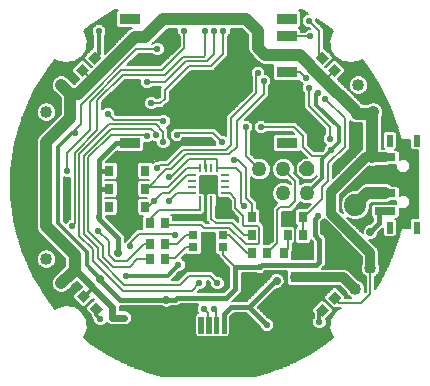
<source format=gbl>
G75*
%MOIN*%
%OFA0B0*%
%FSLAX24Y24*%
%IPPOS*%
%LPD*%
%AMOC8*
5,1,8,0,0,1.08239X$1,22.5*
%
%ADD10R,0.0276X0.0354*%
%ADD11R,0.0310X0.0350*%
%ADD12R,0.0110X0.0256*%
%ADD13R,0.0256X0.0110*%
%ADD14C,0.0500*%
%ADD15C,0.0490*%
%ADD16C,0.0472*%
%ADD17C,0.0016*%
%ADD18C,0.0130*%
%ADD19C,0.0400*%
%ADD20C,0.0060*%
%ADD21R,0.0300X0.0350*%
%ADD22R,0.0350X0.0350*%
%ADD23R,0.0315X0.0315*%
%ADD24R,0.0700X0.0250*%
%ADD25R,0.0200X0.0400*%
%ADD26R,0.0689X0.0354*%
%ADD27R,0.0300X0.0300*%
%ADD28OC8,0.0500*%
%ADD29C,0.0740*%
%ADD30C,0.0400*%
%ADD31C,0.0160*%
%ADD32C,0.0280*%
%ADD33C,0.0220*%
%ADD34C,0.0340*%
%ADD35C,0.0050*%
%ADD36C,0.0080*%
%ADD37C,0.0120*%
%ADD38C,0.0320*%
%ADD39C,0.0100*%
%ADD40C,0.0240*%
%ADD41C,0.0000*%
D10*
X022775Y022231D03*
X022775Y022731D03*
X023287Y022731D03*
X023287Y022231D03*
X023287Y023431D03*
X022775Y023431D03*
X026175Y023631D03*
X026687Y023631D03*
X026687Y023031D03*
X026175Y023031D03*
X026175Y022431D03*
X026687Y022431D03*
X027375Y023031D03*
X027887Y023031D03*
X027887Y023631D03*
X027375Y023631D03*
D11*
X027241Y022431D03*
X028001Y022431D03*
X027621Y021631D03*
D12*
X025027Y024192D03*
X024830Y024192D03*
X024633Y024192D03*
X024436Y024192D03*
X024436Y025271D03*
X024633Y025271D03*
X024830Y025271D03*
X025027Y025271D03*
D13*
X025271Y025027D03*
X025271Y024830D03*
X025271Y024633D03*
X025271Y024436D03*
X024192Y024436D03*
X024192Y024633D03*
X024192Y024830D03*
X024192Y025027D03*
D14*
X026431Y025231D03*
X026431Y024431D03*
X027231Y024431D03*
X028031Y024431D03*
X027231Y025231D03*
X025761Y020041D03*
D15*
X025661Y020041D03*
X023801Y020041D03*
X023701Y020041D03*
D16*
X023351Y019081D03*
X023351Y018881D03*
X026111Y018881D03*
X026111Y019081D03*
D17*
X025323Y020298D02*
X025179Y020298D01*
X025323Y020298D02*
X025323Y019784D01*
X025179Y019784D01*
X025179Y020298D01*
X025179Y019799D02*
X025323Y019799D01*
X025323Y019814D02*
X025179Y019814D01*
X025179Y019829D02*
X025323Y019829D01*
X025323Y019844D02*
X025179Y019844D01*
X025179Y019859D02*
X025323Y019859D01*
X025323Y019874D02*
X025179Y019874D01*
X025179Y019889D02*
X025323Y019889D01*
X025323Y019904D02*
X025179Y019904D01*
X025179Y019919D02*
X025323Y019919D01*
X025323Y019934D02*
X025179Y019934D01*
X025179Y019949D02*
X025323Y019949D01*
X025323Y019964D02*
X025179Y019964D01*
X025179Y019979D02*
X025323Y019979D01*
X025323Y019994D02*
X025179Y019994D01*
X025179Y020009D02*
X025323Y020009D01*
X025323Y020024D02*
X025179Y020024D01*
X025179Y020039D02*
X025323Y020039D01*
X025323Y020054D02*
X025179Y020054D01*
X025179Y020069D02*
X025323Y020069D01*
X025323Y020084D02*
X025179Y020084D01*
X025179Y020099D02*
X025323Y020099D01*
X025323Y020114D02*
X025179Y020114D01*
X025179Y020129D02*
X025323Y020129D01*
X025323Y020144D02*
X025179Y020144D01*
X025179Y020159D02*
X025323Y020159D01*
X025323Y020174D02*
X025179Y020174D01*
X025179Y020189D02*
X025323Y020189D01*
X025323Y020204D02*
X025179Y020204D01*
X025179Y020219D02*
X025323Y020219D01*
X025323Y020234D02*
X025179Y020234D01*
X025179Y020249D02*
X025323Y020249D01*
X025323Y020264D02*
X025179Y020264D01*
X025179Y020279D02*
X025323Y020279D01*
X025323Y020294D02*
X025179Y020294D01*
X025063Y020298D02*
X024919Y020298D01*
X025063Y020298D02*
X025063Y019784D01*
X024919Y019784D01*
X024919Y020298D01*
X024919Y019799D02*
X025063Y019799D01*
X025063Y019814D02*
X024919Y019814D01*
X024919Y019829D02*
X025063Y019829D01*
X025063Y019844D02*
X024919Y019844D01*
X024919Y019859D02*
X025063Y019859D01*
X025063Y019874D02*
X024919Y019874D01*
X024919Y019889D02*
X025063Y019889D01*
X025063Y019904D02*
X024919Y019904D01*
X024919Y019919D02*
X025063Y019919D01*
X025063Y019934D02*
X024919Y019934D01*
X024919Y019949D02*
X025063Y019949D01*
X025063Y019964D02*
X024919Y019964D01*
X024919Y019979D02*
X025063Y019979D01*
X025063Y019994D02*
X024919Y019994D01*
X024919Y020009D02*
X025063Y020009D01*
X025063Y020024D02*
X024919Y020024D01*
X024919Y020039D02*
X025063Y020039D01*
X025063Y020054D02*
X024919Y020054D01*
X024919Y020069D02*
X025063Y020069D01*
X025063Y020084D02*
X024919Y020084D01*
X024919Y020099D02*
X025063Y020099D01*
X025063Y020114D02*
X024919Y020114D01*
X024919Y020129D02*
X025063Y020129D01*
X025063Y020144D02*
X024919Y020144D01*
X024919Y020159D02*
X025063Y020159D01*
X025063Y020174D02*
X024919Y020174D01*
X024919Y020189D02*
X025063Y020189D01*
X025063Y020204D02*
X024919Y020204D01*
X024919Y020219D02*
X025063Y020219D01*
X025063Y020234D02*
X024919Y020234D01*
X024919Y020249D02*
X025063Y020249D01*
X025063Y020264D02*
X024919Y020264D01*
X024919Y020279D02*
X025063Y020279D01*
X025063Y020294D02*
X024919Y020294D01*
X024803Y020298D02*
X024659Y020298D01*
X024803Y020298D02*
X024803Y019784D01*
X024659Y019784D01*
X024659Y020298D01*
X024659Y019799D02*
X024803Y019799D01*
X024803Y019814D02*
X024659Y019814D01*
X024659Y019829D02*
X024803Y019829D01*
X024803Y019844D02*
X024659Y019844D01*
X024659Y019859D02*
X024803Y019859D01*
X024803Y019874D02*
X024659Y019874D01*
X024659Y019889D02*
X024803Y019889D01*
X024803Y019904D02*
X024659Y019904D01*
X024659Y019919D02*
X024803Y019919D01*
X024803Y019934D02*
X024659Y019934D01*
X024659Y019949D02*
X024803Y019949D01*
X024803Y019964D02*
X024659Y019964D01*
X024659Y019979D02*
X024803Y019979D01*
X024803Y019994D02*
X024659Y019994D01*
X024659Y020009D02*
X024803Y020009D01*
X024803Y020024D02*
X024659Y020024D01*
X024659Y020039D02*
X024803Y020039D01*
X024803Y020054D02*
X024659Y020054D01*
X024659Y020069D02*
X024803Y020069D01*
X024803Y020084D02*
X024659Y020084D01*
X024659Y020099D02*
X024803Y020099D01*
X024803Y020114D02*
X024659Y020114D01*
X024659Y020129D02*
X024803Y020129D01*
X024803Y020144D02*
X024659Y020144D01*
X024659Y020159D02*
X024803Y020159D01*
X024803Y020174D02*
X024659Y020174D01*
X024659Y020189D02*
X024803Y020189D01*
X024803Y020204D02*
X024659Y020204D01*
X024659Y020219D02*
X024803Y020219D01*
X024803Y020234D02*
X024659Y020234D01*
X024659Y020249D02*
X024803Y020249D01*
X024803Y020264D02*
X024659Y020264D01*
X024659Y020279D02*
X024803Y020279D01*
X024803Y020294D02*
X024659Y020294D01*
X024543Y020298D02*
X024399Y020298D01*
X024543Y020298D02*
X024543Y019784D01*
X024399Y019784D01*
X024399Y020298D01*
X024399Y019799D02*
X024543Y019799D01*
X024543Y019814D02*
X024399Y019814D01*
X024399Y019829D02*
X024543Y019829D01*
X024543Y019844D02*
X024399Y019844D01*
X024399Y019859D02*
X024543Y019859D01*
X024543Y019874D02*
X024399Y019874D01*
X024399Y019889D02*
X024543Y019889D01*
X024543Y019904D02*
X024399Y019904D01*
X024399Y019919D02*
X024543Y019919D01*
X024543Y019934D02*
X024399Y019934D01*
X024399Y019949D02*
X024543Y019949D01*
X024543Y019964D02*
X024399Y019964D01*
X024399Y019979D02*
X024543Y019979D01*
X024543Y019994D02*
X024399Y019994D01*
X024399Y020009D02*
X024543Y020009D01*
X024543Y020024D02*
X024399Y020024D01*
X024399Y020039D02*
X024543Y020039D01*
X024543Y020054D02*
X024399Y020054D01*
X024399Y020069D02*
X024543Y020069D01*
X024543Y020084D02*
X024399Y020084D01*
X024399Y020099D02*
X024543Y020099D01*
X024543Y020114D02*
X024399Y020114D01*
X024399Y020129D02*
X024543Y020129D01*
X024543Y020144D02*
X024399Y020144D01*
X024399Y020159D02*
X024543Y020159D01*
X024543Y020174D02*
X024399Y020174D01*
X024399Y020189D02*
X024543Y020189D01*
X024543Y020204D02*
X024399Y020204D01*
X024399Y020219D02*
X024543Y020219D01*
X024543Y020234D02*
X024399Y020234D01*
X024399Y020249D02*
X024543Y020249D01*
X024543Y020264D02*
X024399Y020264D01*
X024399Y020279D02*
X024543Y020279D01*
X024543Y020294D02*
X024399Y020294D01*
X024283Y020298D02*
X024139Y020298D01*
X024283Y020298D02*
X024283Y019784D01*
X024139Y019784D01*
X024139Y020298D01*
X024139Y019799D02*
X024283Y019799D01*
X024283Y019814D02*
X024139Y019814D01*
X024139Y019829D02*
X024283Y019829D01*
X024283Y019844D02*
X024139Y019844D01*
X024139Y019859D02*
X024283Y019859D01*
X024283Y019874D02*
X024139Y019874D01*
X024139Y019889D02*
X024283Y019889D01*
X024283Y019904D02*
X024139Y019904D01*
X024139Y019919D02*
X024283Y019919D01*
X024283Y019934D02*
X024139Y019934D01*
X024139Y019949D02*
X024283Y019949D01*
X024283Y019964D02*
X024139Y019964D01*
X024139Y019979D02*
X024283Y019979D01*
X024283Y019994D02*
X024139Y019994D01*
X024139Y020009D02*
X024283Y020009D01*
X024283Y020024D02*
X024139Y020024D01*
X024139Y020039D02*
X024283Y020039D01*
X024283Y020054D02*
X024139Y020054D01*
X024139Y020069D02*
X024283Y020069D01*
X024283Y020084D02*
X024139Y020084D01*
X024139Y020099D02*
X024283Y020099D01*
X024283Y020114D02*
X024139Y020114D01*
X024139Y020129D02*
X024283Y020129D01*
X024283Y020144D02*
X024139Y020144D01*
X024139Y020159D02*
X024283Y020159D01*
X024283Y020174D02*
X024139Y020174D01*
X024139Y020189D02*
X024283Y020189D01*
X024283Y020204D02*
X024139Y020204D01*
X024139Y020219D02*
X024283Y020219D01*
X024283Y020234D02*
X024139Y020234D01*
X024139Y020249D02*
X024283Y020249D01*
X024283Y020264D02*
X024139Y020264D01*
X024139Y020279D02*
X024283Y020279D01*
X024283Y020294D02*
X024139Y020294D01*
D18*
X023716Y019241D02*
X023146Y019241D01*
X023716Y019241D02*
X023716Y018721D01*
X023146Y018721D01*
X023146Y019241D01*
X023146Y018850D02*
X023716Y018850D01*
X023716Y018979D02*
X023146Y018979D01*
X023146Y019108D02*
X023716Y019108D01*
X023716Y019237D02*
X023146Y019237D01*
X025746Y019241D02*
X026316Y019241D01*
X026316Y018721D01*
X025746Y018721D01*
X025746Y019241D01*
X025746Y018850D02*
X026316Y018850D01*
X026316Y018979D02*
X025746Y018979D01*
X025746Y019108D02*
X026316Y019108D01*
X026316Y019237D02*
X025746Y019237D01*
D19*
X025811Y020091D02*
X025611Y020091D01*
X025811Y020091D02*
X025811Y019991D01*
X025611Y019991D01*
X025611Y020091D01*
X023851Y020091D02*
X023651Y020091D01*
X023851Y020091D02*
X023851Y019991D01*
X023651Y019991D01*
X023651Y020091D01*
X020281Y021881D02*
X020281Y022381D01*
X019731Y022931D01*
X019331Y023331D01*
X019331Y026131D01*
X020131Y026931D01*
X020131Y027731D01*
X020381Y027731D01*
X020856Y028206D01*
X022281Y029631D01*
X022631Y029631D01*
X023231Y030231D01*
X025981Y030231D01*
X026381Y029831D01*
X026381Y029281D01*
X026631Y029031D01*
X027781Y029031D01*
X028531Y028281D01*
X029625Y027187D01*
X029675Y027081D01*
X030181Y027081D01*
X030181Y026431D01*
X030181Y026131D01*
X030181Y025631D01*
X030031Y024431D02*
X029631Y024031D01*
X030031Y024431D02*
X030627Y024431D01*
X030181Y027081D02*
X030231Y027131D01*
X020131Y027731D02*
X019981Y027881D01*
X019831Y028031D01*
X020181Y021781D02*
X019831Y021431D01*
D20*
X024041Y019251D02*
X024621Y019251D01*
X024621Y018711D01*
X024041Y018711D01*
X024041Y019251D01*
X024041Y018770D02*
X024621Y018770D01*
X024621Y018829D02*
X024041Y018829D01*
X024041Y018888D02*
X024621Y018888D01*
X024621Y018947D02*
X024041Y018947D01*
X024041Y019006D02*
X024621Y019006D01*
X024621Y019065D02*
X024041Y019065D01*
X024041Y019124D02*
X024621Y019124D01*
X024621Y019183D02*
X024041Y019183D01*
X024041Y019242D02*
X024621Y019242D01*
X024841Y019251D02*
X025421Y019251D01*
X025421Y018711D01*
X024841Y018711D01*
X024841Y019251D01*
X024841Y018770D02*
X025421Y018770D01*
X025421Y018829D02*
X024841Y018829D01*
X024841Y018888D02*
X025421Y018888D01*
X025421Y018947D02*
X024841Y018947D01*
X024841Y019006D02*
X025421Y019006D01*
X025421Y019065D02*
X024841Y019065D01*
X024841Y019124D02*
X025421Y019124D01*
X025421Y019183D02*
X024841Y019183D01*
X024841Y019242D02*
X025421Y019242D01*
D21*
X022631Y023981D03*
X022631Y024581D03*
X022631Y025181D03*
X021431Y025181D03*
X021431Y024581D03*
X021431Y023981D03*
D22*
X022031Y023981D03*
D23*
G36*
X020795Y020990D02*
X020573Y020768D01*
X020351Y020990D01*
X020573Y021212D01*
X020795Y020990D01*
G37*
G36*
X021212Y020573D02*
X020990Y020351D01*
X020768Y020573D01*
X020990Y020795D01*
X021212Y020573D01*
G37*
G36*
X028523Y020301D02*
X028301Y020523D01*
X028523Y020745D01*
X028745Y020523D01*
X028523Y020301D01*
G37*
G36*
X028940Y020718D02*
X028718Y020940D01*
X028940Y021162D01*
X029162Y020940D01*
X028940Y020718D01*
G37*
G36*
X028718Y028523D02*
X028940Y028745D01*
X029162Y028523D01*
X028940Y028301D01*
X028718Y028523D01*
G37*
G36*
X028301Y028940D02*
X028523Y029162D01*
X028745Y028940D01*
X028523Y028718D01*
X028301Y028940D01*
G37*
G36*
X020940Y029162D02*
X021162Y028940D01*
X020940Y028718D01*
X020718Y028940D01*
X020940Y029162D01*
G37*
G36*
X020523Y028745D02*
X020745Y028523D01*
X020523Y028301D01*
X020301Y028523D01*
X020523Y028745D01*
G37*
D24*
X030627Y025631D03*
X030627Y024431D03*
X030627Y023831D03*
D25*
X030777Y023281D03*
X031677Y023281D03*
X031677Y026181D03*
X030777Y026181D03*
D26*
X027340Y026110D03*
X027340Y028473D03*
X027340Y029654D03*
X027340Y030244D03*
X022123Y030244D03*
X022123Y027882D03*
X022123Y026110D03*
D27*
X024231Y023031D03*
X024231Y022631D03*
X025231Y022631D03*
X025231Y023031D03*
D28*
X028031Y025231D03*
D29*
X029631Y024031D03*
X029031Y022431D03*
D30*
X030131Y021931D03*
X029631Y021231D03*
X030231Y027131D03*
X029731Y028031D03*
X019831Y028031D03*
X019331Y027131D03*
X019331Y022231D03*
X019831Y021431D03*
D31*
X021131Y021531D02*
X021781Y020881D01*
X023331Y020881D01*
X023631Y020881D01*
X023681Y020931D01*
X025331Y020931D01*
X025631Y021231D01*
X025631Y021981D01*
X026451Y021981D01*
X026501Y022031D01*
X028331Y022031D01*
X028431Y022131D01*
X028431Y022881D01*
X028281Y023031D01*
X028281Y023581D01*
X028381Y023681D01*
X030131Y023131D02*
X030431Y023431D01*
X030431Y023831D01*
X030627Y023831D01*
X027005Y021505D02*
X026955Y021505D01*
X026081Y020631D01*
X026681Y020031D01*
X026081Y020631D02*
X025481Y020631D01*
X025251Y020401D01*
X025251Y020041D01*
X021731Y022431D02*
X021731Y022931D01*
X021081Y023581D01*
X021081Y023631D01*
X021081Y024575D01*
X021087Y024581D01*
X021431Y024581D01*
X021087Y024581D02*
X021087Y025181D01*
X021431Y025181D01*
X021087Y025181D02*
X021087Y025537D01*
X021660Y026110D01*
X022123Y026110D01*
X021131Y021581D02*
X021131Y021531D01*
D32*
X021131Y021581D03*
X021731Y022431D03*
X023331Y020881D03*
X027005Y021505D03*
X030131Y023131D03*
X029031Y025281D03*
X029631Y026581D03*
X021871Y027981D03*
X021371Y027431D03*
X019391Y027691D03*
X018921Y026631D03*
X018681Y025761D03*
X018681Y024731D03*
X018681Y023521D03*
D33*
X019731Y022931D03*
X020181Y023331D03*
X020021Y023661D03*
X020021Y024501D03*
X020031Y025181D03*
X020281Y026431D03*
X021381Y027081D03*
X022681Y026331D03*
X022981Y026381D03*
X023231Y026131D03*
X023681Y026381D03*
X023231Y026831D03*
X023031Y027131D03*
X022831Y027431D03*
X022681Y028131D03*
X022881Y028881D03*
X023031Y029231D03*
X023481Y029731D03*
X023931Y029831D03*
X024631Y029831D03*
X024931Y029831D03*
X025231Y029831D03*
X025931Y029381D03*
X026381Y028431D03*
X026581Y028181D03*
X026731Y027131D03*
X026481Y026631D03*
X025981Y026631D03*
X025181Y026131D03*
X024681Y026181D03*
X025581Y025531D03*
X025906Y024006D03*
X025501Y023701D03*
X025245Y022645D03*
X024781Y021981D03*
X025031Y021431D03*
X024431Y021431D03*
X024581Y020581D03*
X024931Y020581D03*
X026331Y021581D03*
X026451Y021981D03*
X027081Y021131D03*
X027531Y020481D03*
X026781Y020381D03*
X026681Y020031D03*
X028431Y020131D03*
X028531Y021131D03*
X029691Y021721D03*
X030531Y022481D03*
X030381Y022831D03*
X029681Y023431D03*
X028381Y023681D03*
X026681Y023631D03*
X028811Y025861D03*
X028781Y026231D03*
X028171Y026331D03*
X027281Y026981D03*
X028081Y027931D03*
X028381Y027781D03*
X028631Y027581D03*
X027981Y028281D03*
X028131Y029681D03*
X027881Y029931D03*
X028081Y030181D03*
X028731Y029831D03*
X029631Y028631D03*
X030331Y027781D03*
X030731Y026781D03*
X030181Y026431D03*
X031581Y025631D03*
X031581Y024331D03*
X031581Y023931D03*
X023641Y023631D03*
X023431Y024181D03*
X022911Y024161D03*
X022631Y024581D03*
X023031Y025281D03*
X023431Y024981D03*
X021781Y025481D03*
X021081Y023631D03*
X021056Y023181D03*
X022131Y022681D03*
X022281Y023481D03*
X023606Y023031D03*
X023731Y022031D03*
X021981Y021681D03*
X021931Y020281D03*
X021531Y020281D03*
X021131Y020231D03*
X020341Y021321D03*
X019851Y022111D03*
X021431Y029461D03*
X021581Y029901D03*
X021081Y029831D03*
D34*
X028651Y023281D03*
X027881Y022481D03*
D35*
X020616Y019658D02*
X020585Y019624D01*
X020799Y019451D01*
X021428Y019030D01*
X022102Y018688D01*
X022813Y018429D01*
X023169Y018335D01*
X026293Y018335D01*
X026649Y018430D01*
X027360Y018689D01*
X028034Y019031D01*
X028663Y019451D01*
X028877Y019624D01*
X028847Y019658D01*
X028847Y019658D01*
X028756Y019947D01*
X028756Y019947D01*
X028796Y020248D01*
X028796Y020248D01*
X028959Y020503D01*
X028959Y020503D01*
X028959Y020503D01*
X029137Y020616D01*
X029031Y020616D01*
X029023Y020624D01*
X028992Y020592D01*
X028888Y020592D01*
X028592Y020888D01*
X028592Y020992D01*
X028888Y021288D01*
X027163Y021288D01*
X027155Y021281D02*
X027230Y021355D01*
X027270Y021453D01*
X027270Y021558D01*
X027230Y021655D01*
X027155Y021730D01*
X027058Y021770D01*
X026953Y021770D01*
X026855Y021730D01*
X026781Y021655D01*
X026756Y021596D01*
X026750Y021590D01*
X025996Y020836D01*
X025526Y020836D01*
X025536Y020846D01*
X025836Y021146D01*
X025836Y021776D01*
X026324Y021776D01*
X026354Y021746D01*
X026549Y021746D01*
X026629Y021826D01*
X027341Y021826D01*
X027341Y021700D01*
X027336Y021688D01*
X027336Y021575D01*
X027341Y021563D01*
X027341Y021405D01*
X027415Y021331D01*
X027828Y021331D01*
X027843Y021346D01*
X029113Y021346D01*
X029316Y021144D01*
X029356Y021047D01*
X029447Y020956D01*
X029470Y020946D01*
X029288Y020946D01*
X029288Y020992D01*
X028992Y021288D01*
X028888Y021288D01*
X028840Y021239D02*
X026979Y021239D01*
X026980Y021240D02*
X027058Y021240D01*
X027155Y021281D01*
X027211Y021336D02*
X027410Y021336D01*
X027361Y021385D02*
X027242Y021385D01*
X027262Y021433D02*
X027341Y021433D01*
X027341Y021482D02*
X027270Y021482D01*
X027270Y021530D02*
X027341Y021530D01*
X027336Y021579D02*
X027262Y021579D01*
X027242Y021627D02*
X027336Y021627D01*
X027336Y021676D02*
X027210Y021676D01*
X027161Y021724D02*
X027341Y021724D01*
X027341Y021773D02*
X026575Y021773D01*
X026624Y021821D02*
X027341Y021821D01*
X027521Y022236D02*
X027521Y022478D01*
X027540Y022497D01*
X027540Y022729D01*
X027565Y022729D01*
X027631Y022795D01*
X027698Y022729D01*
X028077Y022729D01*
X028150Y022802D01*
X028150Y022873D01*
X028196Y022826D01*
X028226Y022796D01*
X028226Y022236D01*
X027521Y022236D01*
X027521Y022258D02*
X028226Y022258D01*
X028226Y022306D02*
X027521Y022306D01*
X027521Y022355D02*
X028226Y022355D01*
X028226Y022403D02*
X027521Y022403D01*
X027521Y022452D02*
X028226Y022452D01*
X028226Y022500D02*
X027540Y022500D01*
X027540Y022549D02*
X028226Y022549D01*
X028226Y022597D02*
X027540Y022597D01*
X027540Y022646D02*
X028226Y022646D01*
X028226Y022694D02*
X027540Y022694D01*
X027579Y022743D02*
X027684Y022743D01*
X027635Y022791D02*
X027627Y022791D01*
X028090Y022743D02*
X028226Y022743D01*
X028226Y022791D02*
X028139Y022791D01*
X028150Y022840D02*
X028183Y022840D01*
X028486Y023116D02*
X028486Y023454D01*
X028596Y023564D01*
X028670Y023490D01*
X029846Y022313D01*
X029846Y022093D01*
X029806Y021996D01*
X029806Y021867D01*
X029856Y021747D01*
X029947Y021656D01*
X029966Y021648D01*
X029966Y021150D01*
X029937Y021121D01*
X029956Y021167D01*
X029956Y021296D01*
X029907Y021415D01*
X029815Y021507D01*
X029719Y021547D01*
X029393Y021873D01*
X029288Y021916D01*
X028506Y021916D01*
X028516Y021926D01*
X028636Y022046D01*
X028636Y022966D01*
X028486Y023116D01*
X028486Y023131D02*
X029029Y023131D01*
X029077Y023082D02*
X028520Y023082D01*
X028569Y023034D02*
X029126Y023034D01*
X029174Y022985D02*
X028617Y022985D01*
X028636Y022937D02*
X029223Y022937D01*
X029271Y022888D02*
X028636Y022888D01*
X028636Y022840D02*
X029320Y022840D01*
X029368Y022791D02*
X028636Y022791D01*
X028636Y022743D02*
X029417Y022743D01*
X029465Y022694D02*
X028636Y022694D01*
X028636Y022646D02*
X029514Y022646D01*
X029562Y022597D02*
X028636Y022597D01*
X028636Y022549D02*
X029611Y022549D01*
X029659Y022500D02*
X028636Y022500D01*
X028636Y022452D02*
X029708Y022452D01*
X029756Y022403D02*
X028636Y022403D01*
X028636Y022355D02*
X029805Y022355D01*
X029846Y022306D02*
X028636Y022306D01*
X028636Y022258D02*
X029846Y022258D01*
X029846Y022209D02*
X028636Y022209D01*
X028636Y022161D02*
X029846Y022161D01*
X029846Y022112D02*
X028636Y022112D01*
X028636Y022064D02*
X029834Y022064D01*
X029814Y022015D02*
X028605Y022015D01*
X028557Y021967D02*
X029806Y021967D01*
X029806Y021918D02*
X028508Y021918D01*
X028992Y021288D02*
X029172Y021288D01*
X029220Y021239D02*
X029040Y021239D01*
X029089Y021191D02*
X029269Y021191D01*
X029316Y021142D02*
X029137Y021142D01*
X029186Y021094D02*
X029336Y021094D01*
X029358Y021045D02*
X029234Y021045D01*
X029283Y020997D02*
X029406Y020997D01*
X029465Y020948D02*
X029288Y020948D01*
X029125Y020609D02*
X029008Y020609D01*
X029049Y020560D02*
X028870Y020560D01*
X028870Y020574D02*
X028574Y020870D01*
X028471Y020870D01*
X028175Y020574D01*
X028175Y020471D01*
X028246Y020399D01*
X028246Y020279D01*
X028196Y020229D01*
X028196Y020034D01*
X028334Y019896D01*
X028529Y019896D01*
X028666Y020034D01*
X028666Y020229D01*
X028647Y020248D01*
X028870Y020471D01*
X028870Y020574D01*
X028872Y020609D02*
X028836Y020609D01*
X028823Y020657D02*
X028787Y020657D01*
X028775Y020706D02*
X028739Y020706D01*
X028726Y020754D02*
X028690Y020754D01*
X028678Y020803D02*
X028642Y020803D01*
X028629Y020851D02*
X028593Y020851D01*
X028592Y020900D02*
X026640Y020900D01*
X026688Y020948D02*
X028592Y020948D01*
X028597Y020997D02*
X026737Y020997D01*
X026785Y021045D02*
X028646Y021045D01*
X028694Y021094D02*
X026834Y021094D01*
X026882Y021142D02*
X028743Y021142D01*
X028791Y021191D02*
X026931Y021191D01*
X026980Y021240D02*
X026371Y020631D01*
X026736Y020266D01*
X026779Y020266D01*
X026916Y020129D01*
X026916Y019934D01*
X026779Y019796D01*
X026584Y019796D01*
X026446Y019934D01*
X026446Y019976D01*
X025996Y020426D01*
X025566Y020426D01*
X025456Y020316D01*
X025456Y019729D01*
X025378Y019651D01*
X025124Y019651D01*
X025121Y019654D01*
X025118Y019651D01*
X024864Y019651D01*
X024861Y019654D01*
X024858Y019651D01*
X024604Y019651D01*
X024601Y019654D01*
X024598Y019651D01*
X024344Y019651D01*
X024266Y019729D01*
X024266Y020353D01*
X024344Y020431D01*
X024399Y020431D01*
X024346Y020484D01*
X024346Y020679D01*
X024394Y020726D01*
X023766Y020726D01*
X023716Y020676D01*
X023501Y020676D01*
X023481Y020657D01*
X023384Y020616D01*
X023279Y020616D01*
X023181Y020657D01*
X023162Y020676D01*
X021776Y020676D01*
X021776Y020526D01*
X021980Y020526D01*
X022004Y020516D01*
X022029Y020516D01*
X022046Y020499D01*
X022070Y020489D01*
X022139Y020420D01*
X022149Y020396D01*
X022166Y020379D01*
X022166Y020354D01*
X022176Y020330D01*
X022176Y020233D01*
X022166Y020208D01*
X022166Y020184D01*
X022149Y020167D01*
X022139Y020143D01*
X022070Y020074D01*
X022046Y020064D01*
X022029Y020046D01*
X022004Y020046D01*
X021980Y020036D01*
X021483Y020036D01*
X021458Y020046D01*
X021434Y020046D01*
X021417Y020064D01*
X021393Y020074D01*
X021349Y020117D01*
X021229Y019996D01*
X021034Y019996D01*
X020896Y020134D01*
X020896Y020205D01*
X020805Y020296D01*
X020805Y020358D01*
X020642Y020521D01*
X020642Y020624D01*
X020917Y020899D01*
X020899Y020917D01*
X020624Y020642D01*
X020521Y020642D01*
X020225Y020938D01*
X020225Y021042D01*
X020500Y021317D01*
X020338Y021478D01*
X020216Y021357D01*
X020216Y021355D01*
X020108Y021246D01*
X020106Y021246D01*
X020015Y021156D01*
X019896Y021106D01*
X019767Y021106D01*
X019647Y021156D01*
X019556Y021247D01*
X019506Y021367D01*
X019506Y021496D01*
X019556Y021615D01*
X019647Y021707D01*
X019647Y021707D01*
X019956Y022016D01*
X019956Y022247D01*
X019456Y022747D01*
X019056Y023147D01*
X019006Y023267D01*
X019006Y026196D01*
X019056Y026315D01*
X019147Y026407D01*
X019806Y027066D01*
X019806Y027597D01*
X019706Y027697D01*
X019647Y027756D01*
X019647Y027756D01*
X019556Y027847D01*
X019506Y027967D01*
X019506Y028096D01*
X019556Y028215D01*
X019647Y028307D01*
X019767Y028356D01*
X019896Y028356D01*
X020015Y028307D01*
X020107Y028215D01*
X020107Y028215D01*
X020165Y028157D01*
X020256Y028066D01*
X020418Y028228D01*
X020175Y028471D01*
X020175Y028574D01*
X020471Y028870D01*
X020574Y028870D01*
X020817Y028627D01*
X020836Y028645D01*
X020592Y028888D01*
X020592Y028992D01*
X020888Y029288D01*
X020896Y029288D01*
X020896Y029684D01*
X020846Y029734D01*
X020846Y029929D01*
X020984Y030066D01*
X021179Y030066D01*
X021316Y029929D01*
X021316Y029734D01*
X021266Y029684D01*
X021266Y029076D01*
X022097Y029907D01*
X022182Y029942D01*
X021727Y029942D01*
X021654Y030015D01*
X021654Y030473D01*
X021717Y030537D01*
X021609Y030537D01*
X021335Y030376D01*
X021335Y030376D01*
X020771Y029987D01*
X020771Y029987D01*
X020585Y029838D01*
X020616Y029805D01*
X020616Y029805D01*
X020706Y029515D01*
X020706Y029515D01*
X020666Y029215D01*
X020666Y029215D01*
X020503Y028959D01*
X020503Y028959D01*
X020248Y028796D01*
X020248Y028796D01*
X019947Y028756D01*
X019947Y028756D01*
X019658Y028847D01*
X019658Y028847D01*
X019625Y028877D01*
X019404Y028598D01*
X018912Y027821D01*
X018534Y026983D01*
X018278Y026101D01*
X018149Y025191D01*
X018149Y024272D01*
X018278Y023362D01*
X018534Y022479D01*
X018912Y021641D01*
X019404Y020865D01*
X019625Y020586D01*
X019658Y020616D01*
X019658Y020616D01*
X019947Y020706D01*
X019947Y020706D01*
X020248Y020666D01*
X020248Y020666D01*
X020503Y020503D01*
X020503Y020503D01*
X020503Y020503D01*
X020666Y020248D01*
X020666Y020248D01*
X020706Y019947D01*
X020706Y019947D01*
X020616Y019658D01*
X020616Y019658D01*
X020598Y019639D02*
X028864Y019639D01*
X028838Y019687D02*
X025414Y019687D01*
X025456Y019736D02*
X028822Y019736D01*
X028807Y019784D02*
X025456Y019784D01*
X025456Y019833D02*
X026547Y019833D01*
X026499Y019881D02*
X025456Y019881D01*
X025456Y019930D02*
X026450Y019930D01*
X026444Y019978D02*
X025456Y019978D01*
X025456Y020027D02*
X026396Y020027D01*
X026347Y020075D02*
X025456Y020075D01*
X025456Y020124D02*
X026299Y020124D01*
X026250Y020172D02*
X025456Y020172D01*
X025456Y020221D02*
X026202Y020221D01*
X026153Y020269D02*
X025456Y020269D01*
X025458Y020318D02*
X026105Y020318D01*
X026056Y020366D02*
X025506Y020366D01*
X025555Y020415D02*
X026008Y020415D01*
X026394Y020609D02*
X028209Y020609D01*
X028175Y020560D02*
X026442Y020560D01*
X026491Y020512D02*
X028175Y020512D01*
X028182Y020463D02*
X026539Y020463D01*
X026588Y020415D02*
X028231Y020415D01*
X028246Y020366D02*
X026636Y020366D01*
X026685Y020318D02*
X028246Y020318D01*
X028237Y020269D02*
X026733Y020269D01*
X026824Y020221D02*
X028196Y020221D01*
X028196Y020172D02*
X026873Y020172D01*
X026916Y020124D02*
X028196Y020124D01*
X028196Y020075D02*
X026916Y020075D01*
X026916Y020027D02*
X028203Y020027D01*
X028252Y019978D02*
X026916Y019978D01*
X026912Y019930D02*
X028300Y019930D01*
X028562Y019930D02*
X028762Y019930D01*
X028761Y019978D02*
X028611Y019978D01*
X028659Y020027D02*
X028767Y020027D01*
X028773Y020075D02*
X028666Y020075D01*
X028666Y020124D02*
X028780Y020124D01*
X028786Y020172D02*
X028666Y020172D01*
X028666Y020221D02*
X028793Y020221D01*
X028810Y020269D02*
X028669Y020269D01*
X028717Y020318D02*
X028841Y020318D01*
X028872Y020366D02*
X028766Y020366D01*
X028814Y020415D02*
X028903Y020415D01*
X028934Y020463D02*
X028863Y020463D01*
X028870Y020512D02*
X028973Y020512D01*
X028452Y020851D02*
X026591Y020851D01*
X026543Y020803D02*
X028403Y020803D01*
X028355Y020754D02*
X026494Y020754D01*
X026446Y020706D02*
X028306Y020706D01*
X028258Y020657D02*
X026397Y020657D01*
X026108Y020948D02*
X025638Y020948D01*
X025590Y020900D02*
X026060Y020900D01*
X026011Y020851D02*
X025541Y020851D01*
X025687Y020997D02*
X026157Y020997D01*
X026205Y021045D02*
X025735Y021045D01*
X025784Y021094D02*
X026254Y021094D01*
X026302Y021142D02*
X025832Y021142D01*
X025836Y021191D02*
X026351Y021191D01*
X026399Y021239D02*
X025836Y021239D01*
X025836Y021288D02*
X026448Y021288D01*
X026496Y021336D02*
X025836Y021336D01*
X025836Y021385D02*
X026545Y021385D01*
X026593Y021433D02*
X025836Y021433D01*
X025836Y021482D02*
X026642Y021482D01*
X026690Y021530D02*
X025836Y021530D01*
X025836Y021579D02*
X026739Y021579D01*
X026769Y021627D02*
X025836Y021627D01*
X025836Y021676D02*
X026801Y021676D01*
X026850Y021724D02*
X025836Y021724D01*
X025836Y021773D02*
X026327Y021773D01*
X026596Y022733D02*
X026596Y023350D01*
X026500Y023446D01*
X026450Y023496D01*
X026438Y023496D01*
X026438Y023860D01*
X026365Y023933D01*
X026346Y023933D01*
X026346Y024150D01*
X026250Y024246D01*
X026902Y024246D01*
X026913Y024219D02*
X026856Y024357D01*
X026856Y024506D01*
X026913Y024644D01*
X027019Y024749D01*
X027157Y024806D01*
X027306Y024806D01*
X027444Y024749D01*
X027466Y024727D01*
X027466Y024763D01*
X027353Y024876D01*
X027306Y024856D01*
X027157Y024856D01*
X027019Y024913D01*
X026913Y025019D01*
X026856Y025157D01*
X026856Y025306D01*
X026913Y025444D01*
X027019Y025549D01*
X027157Y025606D01*
X027306Y025606D01*
X027444Y025549D01*
X027549Y025444D01*
X027606Y025306D01*
X027606Y025157D01*
X027587Y025109D01*
X027796Y024900D01*
X027796Y024727D01*
X027819Y024749D01*
X027957Y024806D01*
X028106Y024806D01*
X028133Y024795D01*
X028346Y025008D01*
X028346Y025016D01*
X028187Y024856D01*
X027876Y024856D01*
X027656Y025076D01*
X027656Y025387D01*
X027876Y025606D01*
X028023Y025606D01*
X028016Y025613D01*
X028016Y025613D01*
X027778Y025851D01*
X027736Y025808D01*
X026943Y025808D01*
X026870Y025881D01*
X026870Y026339D01*
X026943Y026413D01*
X027567Y026413D01*
X027513Y026466D01*
X026649Y026466D01*
X026579Y026396D01*
X026384Y026396D01*
X026246Y026534D01*
X026246Y026729D01*
X026384Y026866D01*
X026579Y026866D01*
X026649Y026796D01*
X027650Y026796D01*
X028046Y026400D01*
X028046Y026050D01*
X028250Y025846D01*
X028535Y025846D01*
X028576Y025888D01*
X028576Y025959D01*
X028649Y026031D01*
X028546Y026134D01*
X028546Y026329D01*
X028616Y026399D01*
X028616Y026563D01*
X027916Y027263D01*
X027916Y027764D01*
X027846Y027834D01*
X027846Y028029D01*
X027874Y028056D01*
X027748Y028182D01*
X027736Y028170D01*
X026943Y028170D01*
X026870Y028244D01*
X026870Y028702D01*
X026875Y028706D01*
X026567Y028706D01*
X026447Y028756D01*
X026356Y028847D01*
X026106Y029097D01*
X026056Y029217D01*
X026056Y029697D01*
X025847Y029906D01*
X025466Y029906D01*
X025466Y029734D01*
X025396Y029664D01*
X025396Y029013D01*
X024996Y028613D01*
X024900Y028516D01*
X024150Y028516D01*
X023446Y027813D01*
X023446Y027513D01*
X023296Y027363D01*
X023200Y027266D01*
X022999Y027266D01*
X022929Y027196D01*
X022734Y027196D01*
X022596Y027334D01*
X022596Y027529D01*
X022734Y027666D01*
X022929Y027666D01*
X022999Y027596D01*
X023063Y027596D01*
X023116Y027650D01*
X023116Y027950D01*
X023133Y027966D01*
X022849Y027966D01*
X022779Y027896D01*
X022584Y027896D01*
X022446Y028034D01*
X022446Y028216D01*
X021950Y028216D01*
X021196Y027463D01*
X021196Y027229D01*
X021284Y027316D01*
X021479Y027316D01*
X021616Y027179D01*
X021616Y027080D01*
X021650Y027046D01*
X023114Y027046D01*
X023134Y027066D01*
X023329Y027066D01*
X023466Y026929D01*
X023466Y026734D01*
X023339Y026607D01*
X023396Y026550D01*
X023396Y026299D01*
X023466Y026229D01*
X023466Y026034D01*
X023329Y025896D01*
X023134Y025896D01*
X022996Y026034D01*
X022996Y026146D01*
X022884Y026146D01*
X022856Y026174D01*
X022779Y026096D01*
X022593Y026096D01*
X022593Y025881D01*
X022519Y025808D01*
X021727Y025808D01*
X021687Y025848D01*
X021321Y025481D01*
X021633Y025481D01*
X021706Y025408D01*
X021706Y024955D01*
X021633Y024881D01*
X021292Y024881D01*
X021292Y024881D01*
X021633Y024881D01*
X021706Y024808D01*
X021706Y024355D01*
X021633Y024281D01*
X021286Y024281D01*
X021633Y024281D01*
X021706Y024208D01*
X021706Y023755D01*
X021633Y023681D01*
X021316Y023681D01*
X021316Y023636D01*
X021816Y023136D01*
X021816Y023136D01*
X021936Y023016D01*
X021936Y022819D01*
X021966Y022849D01*
X021966Y022850D01*
X022363Y023246D01*
X022513Y023246D01*
X022513Y023660D01*
X022534Y023681D01*
X022430Y023681D01*
X022356Y023755D01*
X022356Y024208D01*
X022430Y024281D01*
X022699Y024281D01*
X022699Y024281D01*
X022430Y024281D01*
X022356Y024355D01*
X022356Y024808D01*
X022430Y024881D01*
X022748Y024881D01*
X022748Y024881D01*
X022430Y024881D01*
X022356Y024955D01*
X022356Y025408D01*
X022430Y025481D01*
X022833Y025481D01*
X022866Y025448D01*
X022934Y025516D01*
X023033Y025516D01*
X023063Y025546D01*
X023313Y025546D01*
X023716Y025950D01*
X023716Y025950D01*
X023813Y026046D01*
X024946Y026046D01*
X024946Y026133D01*
X024813Y026266D01*
X023899Y026266D01*
X023779Y026146D01*
X023584Y026146D01*
X023446Y026284D01*
X023446Y026479D01*
X023584Y026616D01*
X023779Y026616D01*
X023799Y026596D01*
X024950Y026596D01*
X025046Y026500D01*
X025180Y026366D01*
X025279Y026366D01*
X025316Y026329D01*
X025316Y027000D01*
X026166Y027850D01*
X026166Y028314D01*
X026146Y028334D01*
X026146Y028529D01*
X026284Y028666D01*
X026479Y028666D01*
X026616Y028529D01*
X026616Y028416D01*
X026679Y028416D01*
X026816Y028279D01*
X026816Y028084D01*
X026746Y028014D01*
X026746Y027663D01*
X026650Y027566D01*
X025950Y026866D01*
X026079Y026866D01*
X026216Y026729D01*
X026216Y026534D01*
X026146Y026464D01*
X026146Y025750D01*
X027879Y025750D01*
X027831Y025798D02*
X026146Y025798D01*
X026146Y025750D02*
X026309Y025587D01*
X026357Y025606D01*
X026506Y025606D01*
X026644Y025549D01*
X026749Y025444D01*
X026806Y025306D01*
X026806Y025157D01*
X026749Y025019D01*
X026644Y024913D01*
X026506Y024856D01*
X026357Y024856D01*
X026219Y024913D01*
X026146Y024986D01*
X026146Y024350D01*
X026250Y024246D01*
X026298Y024198D02*
X026934Y024198D01*
X026913Y024219D02*
X027019Y024113D01*
X027027Y024110D01*
X026966Y024050D01*
X026866Y023950D01*
X026866Y022844D01*
X026756Y022733D01*
X026596Y022733D01*
X026596Y022743D02*
X026765Y022743D01*
X026814Y022791D02*
X026596Y022791D01*
X026596Y022840D02*
X026862Y022840D01*
X026866Y022888D02*
X026596Y022888D01*
X026596Y022937D02*
X026866Y022937D01*
X026866Y022985D02*
X026596Y022985D01*
X026596Y023034D02*
X026866Y023034D01*
X026866Y023082D02*
X026596Y023082D01*
X026596Y023131D02*
X026866Y023131D01*
X026866Y023179D02*
X026596Y023179D01*
X026596Y023228D02*
X026866Y023228D01*
X026866Y023276D02*
X026596Y023276D01*
X026596Y023325D02*
X026866Y023325D01*
X026866Y023373D02*
X026573Y023373D01*
X026524Y023422D02*
X026866Y023422D01*
X026866Y023470D02*
X026476Y023470D01*
X026438Y023519D02*
X026866Y023519D01*
X026866Y023567D02*
X026438Y023567D01*
X026438Y023616D02*
X026866Y023616D01*
X026866Y023664D02*
X026438Y023664D01*
X026438Y023713D02*
X026866Y023713D01*
X026866Y023761D02*
X026438Y023761D01*
X026438Y023810D02*
X026866Y023810D01*
X026866Y023858D02*
X026438Y023858D01*
X026392Y023907D02*
X026866Y023907D01*
X026872Y023955D02*
X026346Y023955D01*
X026346Y024004D02*
X026920Y024004D01*
X026969Y024052D02*
X026346Y024052D01*
X026346Y024101D02*
X027017Y024101D01*
X026983Y024149D02*
X026346Y024149D01*
X026201Y024295D02*
X026882Y024295D01*
X026862Y024343D02*
X026153Y024343D01*
X026146Y024392D02*
X026856Y024392D01*
X026856Y024440D02*
X026146Y024440D01*
X026146Y024489D02*
X026856Y024489D01*
X026869Y024537D02*
X026146Y024537D01*
X026146Y024586D02*
X026889Y024586D01*
X026909Y024634D02*
X026146Y024634D01*
X026146Y024683D02*
X026952Y024683D01*
X027001Y024731D02*
X026146Y024731D01*
X026146Y024780D02*
X027093Y024780D01*
X027107Y024877D02*
X026555Y024877D01*
X026656Y024925D02*
X027007Y024925D01*
X026958Y024974D02*
X026704Y024974D01*
X026751Y025022D02*
X026912Y025022D01*
X026892Y025071D02*
X026771Y025071D01*
X026791Y025119D02*
X026872Y025119D01*
X026856Y025168D02*
X026806Y025168D01*
X026806Y025216D02*
X026856Y025216D01*
X026856Y025265D02*
X026806Y025265D01*
X026803Y025313D02*
X026859Y025313D01*
X026879Y025362D02*
X026783Y025362D01*
X026763Y025410D02*
X026900Y025410D01*
X026928Y025459D02*
X026734Y025459D01*
X026686Y025507D02*
X026977Y025507D01*
X027035Y025556D02*
X026628Y025556D01*
X026511Y025604D02*
X027152Y025604D01*
X027311Y025604D02*
X027874Y025604D01*
X027825Y025556D02*
X027428Y025556D01*
X027486Y025507D02*
X027777Y025507D01*
X027728Y025459D02*
X027534Y025459D01*
X027563Y025410D02*
X027680Y025410D01*
X027656Y025362D02*
X027583Y025362D01*
X027603Y025313D02*
X027656Y025313D01*
X027656Y025265D02*
X027606Y025265D01*
X027606Y025216D02*
X027656Y025216D01*
X027656Y025168D02*
X027606Y025168D01*
X027591Y025119D02*
X027656Y025119D01*
X027661Y025071D02*
X027625Y025071D01*
X027674Y025022D02*
X027710Y025022D01*
X027722Y024974D02*
X027758Y024974D01*
X027771Y024925D02*
X027807Y024925D01*
X027796Y024877D02*
X027855Y024877D01*
X027796Y024828D02*
X028167Y024828D01*
X028207Y024877D02*
X028215Y024877D01*
X028256Y024925D02*
X028264Y024925D01*
X028304Y024974D02*
X028312Y024974D01*
X027893Y024780D02*
X027796Y024780D01*
X027796Y024731D02*
X027801Y024731D01*
X027466Y024731D02*
X027462Y024731D01*
X027449Y024780D02*
X027370Y024780D01*
X027401Y024828D02*
X026146Y024828D01*
X026146Y024877D02*
X026307Y024877D01*
X026207Y024925D02*
X026146Y024925D01*
X026146Y024974D02*
X026158Y024974D01*
X026292Y025604D02*
X026352Y025604D01*
X026243Y025653D02*
X027976Y025653D01*
X027928Y025701D02*
X026195Y025701D01*
X026146Y025847D02*
X026905Y025847D01*
X026870Y025895D02*
X026146Y025895D01*
X026146Y025944D02*
X026870Y025944D01*
X026870Y025992D02*
X026146Y025992D01*
X026146Y026041D02*
X026870Y026041D01*
X026870Y026089D02*
X026146Y026089D01*
X026146Y026138D02*
X026870Y026138D01*
X026870Y026186D02*
X026146Y026186D01*
X026146Y026235D02*
X026870Y026235D01*
X026870Y026283D02*
X026146Y026283D01*
X026146Y026332D02*
X026870Y026332D01*
X026911Y026380D02*
X026146Y026380D01*
X026146Y026429D02*
X026351Y026429D01*
X026303Y026477D02*
X026160Y026477D01*
X026208Y026526D02*
X026254Y026526D01*
X026246Y026574D02*
X026216Y026574D01*
X026216Y026623D02*
X026246Y026623D01*
X026246Y026671D02*
X026216Y026671D01*
X026216Y026720D02*
X026246Y026720D01*
X026286Y026768D02*
X026177Y026768D01*
X026128Y026817D02*
X026334Y026817D01*
X026383Y026865D02*
X026080Y026865D01*
X025997Y026914D02*
X028265Y026914D01*
X028217Y026962D02*
X026046Y026962D01*
X026094Y027011D02*
X028168Y027011D01*
X028120Y027059D02*
X026143Y027059D01*
X026191Y027108D02*
X028071Y027108D01*
X028023Y027156D02*
X026240Y027156D01*
X026288Y027205D02*
X027974Y027205D01*
X027926Y027253D02*
X026337Y027253D01*
X026385Y027302D02*
X027916Y027302D01*
X027916Y027350D02*
X026434Y027350D01*
X026482Y027399D02*
X027916Y027399D01*
X027916Y027447D02*
X026531Y027447D01*
X026579Y027496D02*
X027916Y027496D01*
X027916Y027544D02*
X026628Y027544D01*
X026676Y027593D02*
X027916Y027593D01*
X027916Y027641D02*
X026725Y027641D01*
X026746Y027690D02*
X027916Y027690D01*
X027916Y027738D02*
X026746Y027738D01*
X026746Y027787D02*
X027893Y027787D01*
X027846Y027835D02*
X026746Y027835D01*
X026746Y027884D02*
X027846Y027884D01*
X027846Y027932D02*
X026746Y027932D01*
X026746Y027981D02*
X027846Y027981D01*
X027847Y028029D02*
X026762Y028029D01*
X026810Y028078D02*
X027852Y028078D01*
X027804Y028126D02*
X026816Y028126D01*
X026816Y028175D02*
X026939Y028175D01*
X026890Y028223D02*
X026816Y028223D01*
X026816Y028272D02*
X026870Y028272D01*
X026870Y028320D02*
X026775Y028320D01*
X026726Y028369D02*
X026870Y028369D01*
X026870Y028417D02*
X026616Y028417D01*
X026616Y028466D02*
X026870Y028466D01*
X026870Y028514D02*
X026616Y028514D01*
X026582Y028563D02*
X026870Y028563D01*
X026870Y028611D02*
X026534Y028611D01*
X026485Y028660D02*
X026870Y028660D01*
X026562Y028708D02*
X025092Y028708D01*
X025140Y028757D02*
X026446Y028757D01*
X026398Y028805D02*
X025189Y028805D01*
X025237Y028854D02*
X026349Y028854D01*
X026301Y028902D02*
X025286Y028902D01*
X025334Y028951D02*
X026252Y028951D01*
X026204Y028999D02*
X025383Y028999D01*
X025396Y029048D02*
X026155Y029048D01*
X026107Y029096D02*
X025396Y029096D01*
X025396Y029145D02*
X026086Y029145D01*
X026066Y029193D02*
X025396Y029193D01*
X025396Y029242D02*
X026056Y029242D01*
X026056Y029290D02*
X025396Y029290D01*
X025396Y029339D02*
X026056Y029339D01*
X026056Y029387D02*
X025396Y029387D01*
X025396Y029436D02*
X026056Y029436D01*
X026056Y029484D02*
X025396Y029484D01*
X025396Y029533D02*
X026056Y029533D01*
X026056Y029581D02*
X025396Y029581D01*
X025396Y029630D02*
X026056Y029630D01*
X026056Y029678D02*
X025411Y029678D01*
X025459Y029727D02*
X026026Y029727D01*
X025978Y029775D02*
X025466Y029775D01*
X025466Y029824D02*
X025929Y029824D01*
X025881Y029872D02*
X025466Y029872D01*
X025043Y028660D02*
X026277Y028660D01*
X026229Y028611D02*
X024995Y028611D01*
X024946Y028563D02*
X026180Y028563D01*
X026146Y028514D02*
X024148Y028514D01*
X024099Y028466D02*
X026146Y028466D01*
X026146Y028417D02*
X024051Y028417D01*
X024002Y028369D02*
X026146Y028369D01*
X026160Y028320D02*
X023954Y028320D01*
X023905Y028272D02*
X026166Y028272D01*
X026166Y028223D02*
X023857Y028223D01*
X023808Y028175D02*
X026166Y028175D01*
X026166Y028126D02*
X023760Y028126D01*
X023711Y028078D02*
X026166Y028078D01*
X026166Y028029D02*
X023663Y028029D01*
X023614Y027981D02*
X026166Y027981D01*
X026166Y027932D02*
X023566Y027932D01*
X023517Y027884D02*
X026166Y027884D01*
X026152Y027835D02*
X023469Y027835D01*
X023446Y027787D02*
X026103Y027787D01*
X026055Y027738D02*
X023446Y027738D01*
X023446Y027690D02*
X026006Y027690D01*
X025958Y027641D02*
X023446Y027641D01*
X023446Y027593D02*
X025909Y027593D01*
X025861Y027544D02*
X023446Y027544D01*
X023429Y027496D02*
X025812Y027496D01*
X025764Y027447D02*
X023381Y027447D01*
X023332Y027399D02*
X025715Y027399D01*
X025667Y027350D02*
X023284Y027350D01*
X023235Y027302D02*
X025618Y027302D01*
X025570Y027253D02*
X022986Y027253D01*
X022937Y027205D02*
X025521Y027205D01*
X025473Y027156D02*
X021616Y027156D01*
X021616Y027108D02*
X025424Y027108D01*
X025376Y027059D02*
X023336Y027059D01*
X023384Y027011D02*
X025327Y027011D01*
X025316Y026962D02*
X023433Y026962D01*
X023466Y026914D02*
X025316Y026914D01*
X025316Y026865D02*
X023466Y026865D01*
X023466Y026817D02*
X025316Y026817D01*
X025316Y026768D02*
X023466Y026768D01*
X023452Y026720D02*
X025316Y026720D01*
X025316Y026671D02*
X023404Y026671D01*
X023355Y026623D02*
X025316Y026623D01*
X025316Y026574D02*
X024972Y026574D01*
X025020Y026526D02*
X025316Y026526D01*
X025316Y026477D02*
X025069Y026477D01*
X025117Y026429D02*
X025316Y026429D01*
X025316Y026380D02*
X025166Y026380D01*
X025313Y026332D02*
X025316Y026332D01*
X024941Y026138D02*
X023466Y026138D01*
X023466Y026186D02*
X023544Y026186D01*
X023495Y026235D02*
X023460Y026235D01*
X023447Y026283D02*
X023412Y026283D01*
X023396Y026332D02*
X023446Y026332D01*
X023446Y026380D02*
X023396Y026380D01*
X023396Y026429D02*
X023446Y026429D01*
X023446Y026477D02*
X023396Y026477D01*
X023396Y026526D02*
X023493Y026526D01*
X023542Y026574D02*
X023372Y026574D01*
X023466Y026089D02*
X024946Y026089D01*
X024893Y026186D02*
X023819Y026186D01*
X023867Y026235D02*
X024844Y026235D01*
X023807Y026041D02*
X023466Y026041D01*
X023425Y025992D02*
X023759Y025992D01*
X023710Y025944D02*
X023376Y025944D01*
X023565Y025798D02*
X021638Y025798D01*
X021590Y025750D02*
X023516Y025750D01*
X023468Y025701D02*
X021541Y025701D01*
X021493Y025653D02*
X023419Y025653D01*
X023371Y025604D02*
X021444Y025604D01*
X021396Y025556D02*
X023322Y025556D01*
X022925Y025507D02*
X021347Y025507D01*
X021656Y025459D02*
X022407Y025459D01*
X022359Y025410D02*
X021704Y025410D01*
X021706Y025362D02*
X022356Y025362D01*
X022356Y025313D02*
X021706Y025313D01*
X021706Y025265D02*
X022356Y025265D01*
X022356Y025216D02*
X021706Y025216D01*
X021706Y025168D02*
X022356Y025168D01*
X022356Y025119D02*
X021706Y025119D01*
X021706Y025071D02*
X022356Y025071D01*
X022356Y025022D02*
X021706Y025022D01*
X021706Y024974D02*
X022356Y024974D01*
X022386Y024925D02*
X021677Y024925D01*
X021638Y024877D02*
X022425Y024877D01*
X022377Y024828D02*
X021686Y024828D01*
X021706Y024780D02*
X022356Y024780D01*
X022356Y024731D02*
X021706Y024731D01*
X021706Y024683D02*
X022356Y024683D01*
X022356Y024634D02*
X021706Y024634D01*
X021706Y024586D02*
X022356Y024586D01*
X022356Y024537D02*
X021706Y024537D01*
X021706Y024489D02*
X022356Y024489D01*
X022356Y024440D02*
X021706Y024440D01*
X021706Y024392D02*
X022356Y024392D01*
X022368Y024343D02*
X021695Y024343D01*
X021647Y024295D02*
X022416Y024295D01*
X022395Y024246D02*
X021668Y024246D01*
X021706Y024198D02*
X022356Y024198D01*
X022356Y024149D02*
X021706Y024149D01*
X021706Y024101D02*
X022356Y024101D01*
X022356Y024052D02*
X021706Y024052D01*
X021706Y024004D02*
X022356Y024004D01*
X022356Y023955D02*
X021706Y023955D01*
X021706Y023907D02*
X022356Y023907D01*
X022356Y023858D02*
X021706Y023858D01*
X021706Y023810D02*
X022356Y023810D01*
X022356Y023761D02*
X021706Y023761D01*
X021665Y023713D02*
X022398Y023713D01*
X022517Y023664D02*
X021316Y023664D01*
X021337Y023616D02*
X022513Y023616D01*
X022513Y023567D02*
X021385Y023567D01*
X021434Y023519D02*
X022513Y023519D01*
X022513Y023470D02*
X021482Y023470D01*
X021531Y023422D02*
X022513Y023422D01*
X022513Y023373D02*
X021579Y023373D01*
X021628Y023325D02*
X022513Y023325D01*
X022513Y023276D02*
X021676Y023276D01*
X021725Y023228D02*
X022344Y023228D01*
X022296Y023179D02*
X021773Y023179D01*
X021822Y023131D02*
X022247Y023131D01*
X022199Y023082D02*
X021870Y023082D01*
X021919Y023034D02*
X022150Y023034D01*
X022102Y022985D02*
X021936Y022985D01*
X021936Y022937D02*
X022053Y022937D01*
X022005Y022888D02*
X021936Y022888D01*
X021936Y022840D02*
X021957Y022840D01*
X021286Y024281D02*
X021286Y024281D01*
X020116Y024295D02*
X019916Y024295D01*
X019916Y024343D02*
X020116Y024343D01*
X020116Y024392D02*
X019916Y024392D01*
X019916Y024440D02*
X020116Y024440D01*
X020116Y024489D02*
X019916Y024489D01*
X019916Y024537D02*
X020116Y024537D01*
X020116Y024586D02*
X019916Y024586D01*
X019916Y024634D02*
X020116Y024634D01*
X020116Y024683D02*
X019916Y024683D01*
X019916Y024731D02*
X020116Y024731D01*
X020116Y024780D02*
X019916Y024780D01*
X019916Y024828D02*
X020116Y024828D01*
X020116Y024877D02*
X019916Y024877D01*
X019916Y024925D02*
X020116Y024925D01*
X020116Y024946D02*
X020116Y023566D01*
X020084Y023566D01*
X019971Y023453D01*
X019916Y023508D01*
X019916Y024964D01*
X019934Y024946D01*
X020116Y024946D01*
X020116Y024246D02*
X019916Y024246D01*
X019916Y024198D02*
X020116Y024198D01*
X020116Y024149D02*
X019916Y024149D01*
X019916Y024101D02*
X020116Y024101D01*
X020116Y024052D02*
X019916Y024052D01*
X019916Y024004D02*
X020116Y024004D01*
X020116Y023955D02*
X019916Y023955D01*
X019916Y023907D02*
X020116Y023907D01*
X020116Y023858D02*
X019916Y023858D01*
X019916Y023810D02*
X020116Y023810D01*
X020116Y023761D02*
X019916Y023761D01*
X019916Y023713D02*
X020116Y023713D01*
X020116Y023664D02*
X019916Y023664D01*
X019916Y023616D02*
X020116Y023616D01*
X020116Y023567D02*
X019916Y023567D01*
X019916Y023519D02*
X020036Y023519D01*
X019988Y023470D02*
X019954Y023470D01*
X019363Y022840D02*
X018430Y022840D01*
X018416Y022888D02*
X019315Y022888D01*
X019266Y022937D02*
X018401Y022937D01*
X018387Y022985D02*
X019218Y022985D01*
X019169Y023034D02*
X018373Y023034D01*
X018359Y023082D02*
X019121Y023082D01*
X019072Y023131D02*
X018345Y023131D01*
X018331Y023179D02*
X019042Y023179D01*
X019022Y023228D02*
X018317Y023228D01*
X018303Y023276D02*
X019006Y023276D01*
X019006Y023325D02*
X018289Y023325D01*
X018277Y023373D02*
X019006Y023373D01*
X019006Y023422D02*
X018270Y023422D01*
X018263Y023470D02*
X019006Y023470D01*
X019006Y023519D02*
X018256Y023519D01*
X018249Y023567D02*
X019006Y023567D01*
X019006Y023616D02*
X018242Y023616D01*
X018235Y023664D02*
X019006Y023664D01*
X019006Y023713D02*
X018228Y023713D01*
X018221Y023761D02*
X019006Y023761D01*
X019006Y023810D02*
X018215Y023810D01*
X018208Y023858D02*
X019006Y023858D01*
X019006Y023907D02*
X018201Y023907D01*
X018194Y023955D02*
X019006Y023955D01*
X019006Y024004D02*
X018187Y024004D01*
X018180Y024052D02*
X019006Y024052D01*
X019006Y024101D02*
X018173Y024101D01*
X018166Y024149D02*
X019006Y024149D01*
X019006Y024198D02*
X018159Y024198D01*
X018152Y024246D02*
X019006Y024246D01*
X019006Y024295D02*
X018149Y024295D01*
X018149Y024343D02*
X019006Y024343D01*
X019006Y024392D02*
X018149Y024392D01*
X018149Y024440D02*
X019006Y024440D01*
X019006Y024489D02*
X018149Y024489D01*
X018149Y024537D02*
X019006Y024537D01*
X019006Y024586D02*
X018149Y024586D01*
X018149Y024634D02*
X019006Y024634D01*
X019006Y024683D02*
X018149Y024683D01*
X018149Y024731D02*
X019006Y024731D01*
X019006Y024780D02*
X018149Y024780D01*
X018149Y024828D02*
X019006Y024828D01*
X019006Y024877D02*
X018149Y024877D01*
X018149Y024925D02*
X019006Y024925D01*
X019006Y024974D02*
X018149Y024974D01*
X018149Y025022D02*
X019006Y025022D01*
X019006Y025071D02*
X018149Y025071D01*
X018149Y025119D02*
X019006Y025119D01*
X019006Y025168D02*
X018149Y025168D01*
X018152Y025216D02*
X019006Y025216D01*
X019006Y025265D02*
X018159Y025265D01*
X018166Y025313D02*
X019006Y025313D01*
X019006Y025362D02*
X018173Y025362D01*
X018180Y025410D02*
X019006Y025410D01*
X019006Y025459D02*
X018187Y025459D01*
X018194Y025507D02*
X019006Y025507D01*
X019006Y025556D02*
X018201Y025556D01*
X018208Y025604D02*
X019006Y025604D01*
X019006Y025653D02*
X018215Y025653D01*
X018221Y025701D02*
X019006Y025701D01*
X019006Y025750D02*
X018228Y025750D01*
X018235Y025798D02*
X019006Y025798D01*
X019006Y025847D02*
X018242Y025847D01*
X018249Y025895D02*
X019006Y025895D01*
X019006Y025944D02*
X018256Y025944D01*
X018263Y025992D02*
X019006Y025992D01*
X019006Y026041D02*
X018270Y026041D01*
X018277Y026089D02*
X019006Y026089D01*
X019006Y026138D02*
X018289Y026138D01*
X018303Y026186D02*
X019006Y026186D01*
X019022Y026235D02*
X018317Y026235D01*
X018331Y026283D02*
X019042Y026283D01*
X019072Y026332D02*
X018345Y026332D01*
X018359Y026380D02*
X019121Y026380D01*
X019169Y026429D02*
X018373Y026429D01*
X018387Y026477D02*
X019218Y026477D01*
X019266Y026526D02*
X018401Y026526D01*
X018416Y026574D02*
X019315Y026574D01*
X019363Y026623D02*
X018430Y026623D01*
X018444Y026671D02*
X019412Y026671D01*
X019460Y026720D02*
X018458Y026720D01*
X018472Y026768D02*
X019509Y026768D01*
X019557Y026817D02*
X019421Y026817D01*
X019396Y026806D02*
X019515Y026856D01*
X019607Y026947D01*
X019656Y027067D01*
X019656Y027196D01*
X019607Y027315D01*
X019515Y027407D01*
X019396Y027456D01*
X019267Y027456D01*
X019147Y027407D01*
X019056Y027315D01*
X019006Y027196D01*
X019006Y027067D01*
X019056Y026947D01*
X019147Y026856D01*
X019267Y026806D01*
X019396Y026806D01*
X019525Y026865D02*
X019606Y026865D01*
X019573Y026914D02*
X019654Y026914D01*
X019613Y026962D02*
X019703Y026962D01*
X019751Y027011D02*
X019633Y027011D01*
X019653Y027059D02*
X019800Y027059D01*
X019806Y027108D02*
X019656Y027108D01*
X019656Y027156D02*
X019806Y027156D01*
X019806Y027205D02*
X019653Y027205D01*
X019633Y027253D02*
X019806Y027253D01*
X019806Y027302D02*
X019612Y027302D01*
X019572Y027350D02*
X019806Y027350D01*
X019806Y027399D02*
X019523Y027399D01*
X019418Y027447D02*
X019806Y027447D01*
X019806Y027496D02*
X018765Y027496D01*
X018787Y027544D02*
X019806Y027544D01*
X019806Y027593D02*
X018809Y027593D01*
X018831Y027641D02*
X019762Y027641D01*
X019713Y027690D02*
X018853Y027690D01*
X018874Y027738D02*
X019665Y027738D01*
X019616Y027787D02*
X018896Y027787D01*
X018921Y027835D02*
X019568Y027835D01*
X019541Y027884D02*
X018952Y027884D01*
X018982Y027932D02*
X019521Y027932D01*
X019506Y027981D02*
X019013Y027981D01*
X019044Y028029D02*
X019506Y028029D01*
X019506Y028078D02*
X019074Y028078D01*
X019105Y028126D02*
X019519Y028126D01*
X019539Y028175D02*
X019136Y028175D01*
X019167Y028223D02*
X019564Y028223D01*
X019612Y028272D02*
X019197Y028272D01*
X019228Y028320D02*
X019680Y028320D01*
X019983Y028320D02*
X020325Y028320D01*
X020374Y028272D02*
X020050Y028272D01*
X020099Y028223D02*
X020414Y028223D01*
X020365Y028175D02*
X020147Y028175D01*
X020196Y028126D02*
X020317Y028126D01*
X020268Y028078D02*
X020244Y028078D01*
X020277Y028369D02*
X019259Y028369D01*
X019289Y028417D02*
X020228Y028417D01*
X020180Y028466D02*
X019320Y028466D01*
X019351Y028514D02*
X020175Y028514D01*
X020175Y028563D02*
X019382Y028563D01*
X019415Y028611D02*
X020212Y028611D01*
X020260Y028660D02*
X019453Y028660D01*
X019491Y028708D02*
X020309Y028708D01*
X020357Y028757D02*
X019950Y028757D01*
X019946Y028757D02*
X019530Y028757D01*
X019568Y028805D02*
X019791Y028805D01*
X019650Y028854D02*
X019607Y028854D01*
X020262Y028805D02*
X020406Y028805D01*
X020454Y028854D02*
X020338Y028854D01*
X020414Y028902D02*
X020592Y028902D01*
X020591Y028854D02*
X020627Y028854D01*
X020639Y028805D02*
X020675Y028805D01*
X020688Y028757D02*
X020724Y028757D01*
X020736Y028708D02*
X020772Y028708D01*
X020785Y028660D02*
X020821Y028660D01*
X020592Y028951D02*
X020490Y028951D01*
X020503Y028959D02*
X020503Y028959D01*
X020529Y028999D02*
X020600Y028999D01*
X020560Y029048D02*
X020648Y029048D01*
X020697Y029096D02*
X020590Y029096D01*
X020621Y029145D02*
X020745Y029145D01*
X020794Y029193D02*
X020652Y029193D01*
X020670Y029242D02*
X020842Y029242D01*
X020896Y029290D02*
X020676Y029290D01*
X020683Y029339D02*
X020896Y029339D01*
X020896Y029387D02*
X020689Y029387D01*
X020696Y029436D02*
X020896Y029436D01*
X020896Y029484D02*
X020702Y029484D01*
X020701Y029533D02*
X020896Y029533D01*
X020896Y029581D02*
X020686Y029581D01*
X020670Y029630D02*
X020896Y029630D01*
X020896Y029678D02*
X020655Y029678D01*
X020640Y029727D02*
X020853Y029727D01*
X020846Y029775D02*
X020625Y029775D01*
X020598Y029824D02*
X020846Y029824D01*
X020846Y029872D02*
X020628Y029872D01*
X020689Y029921D02*
X020846Y029921D01*
X020887Y029969D02*
X020749Y029969D01*
X020816Y030018D02*
X020935Y030018D01*
X020886Y030066D02*
X021654Y030066D01*
X021654Y030018D02*
X021227Y030018D01*
X021276Y029969D02*
X021700Y029969D01*
X021654Y030115D02*
X020956Y030115D01*
X021027Y030163D02*
X021654Y030163D01*
X021654Y030212D02*
X021097Y030212D01*
X021167Y030260D02*
X021654Y030260D01*
X021654Y030309D02*
X021238Y030309D01*
X021308Y030357D02*
X021654Y030357D01*
X021654Y030406D02*
X021386Y030406D01*
X021468Y030454D02*
X021654Y030454D01*
X021683Y030503D02*
X021551Y030503D01*
X021316Y029921D02*
X022131Y029921D01*
X022063Y029872D02*
X021316Y029872D01*
X021316Y029824D02*
X022014Y029824D01*
X021966Y029775D02*
X021316Y029775D01*
X021309Y029727D02*
X021917Y029727D01*
X021869Y029678D02*
X021266Y029678D01*
X021266Y029630D02*
X021820Y029630D01*
X021772Y029581D02*
X021266Y029581D01*
X021266Y029533D02*
X021723Y029533D01*
X021675Y029484D02*
X021266Y029484D01*
X021266Y029436D02*
X021626Y029436D01*
X021578Y029387D02*
X021266Y029387D01*
X021266Y029339D02*
X021529Y029339D01*
X021481Y029290D02*
X021266Y029290D01*
X021266Y029242D02*
X021432Y029242D01*
X021384Y029193D02*
X021266Y029193D01*
X021266Y029145D02*
X021335Y029145D01*
X021287Y029096D02*
X021266Y029096D01*
X022030Y028696D02*
X022400Y029066D01*
X022864Y029066D01*
X022934Y028996D01*
X023129Y028996D01*
X023266Y029134D01*
X023266Y029329D01*
X023129Y029466D01*
X022934Y029466D01*
X022864Y029396D01*
X022856Y029396D01*
X022907Y029447D01*
X023366Y029906D01*
X023696Y029906D01*
X023696Y029734D01*
X023766Y029664D01*
X023766Y029350D01*
X023113Y028696D01*
X022030Y028696D01*
X022042Y028708D02*
X023125Y028708D01*
X023173Y028757D02*
X022090Y028757D01*
X022139Y028805D02*
X023222Y028805D01*
X023270Y028854D02*
X022187Y028854D01*
X022236Y028902D02*
X023319Y028902D01*
X023367Y028951D02*
X022284Y028951D01*
X022333Y028999D02*
X022931Y028999D01*
X022882Y029048D02*
X022381Y029048D01*
X022895Y029436D02*
X022903Y029436D01*
X022944Y029484D02*
X023766Y029484D01*
X023766Y029436D02*
X023159Y029436D01*
X023208Y029387D02*
X023766Y029387D01*
X023755Y029339D02*
X023256Y029339D01*
X023266Y029290D02*
X023707Y029290D01*
X023658Y029242D02*
X023266Y029242D01*
X023266Y029193D02*
X023610Y029193D01*
X023561Y029145D02*
X023266Y029145D01*
X023229Y029096D02*
X023513Y029096D01*
X023464Y029048D02*
X023180Y029048D01*
X023132Y028999D02*
X023416Y028999D01*
X023766Y029533D02*
X022992Y029533D01*
X023041Y029581D02*
X023766Y029581D01*
X023766Y029630D02*
X023089Y029630D01*
X023138Y029678D02*
X023752Y029678D01*
X023703Y029727D02*
X023186Y029727D01*
X023235Y029775D02*
X023696Y029775D01*
X023696Y029824D02*
X023283Y029824D01*
X023332Y029872D02*
X023696Y029872D01*
X023116Y027932D02*
X022815Y027932D01*
X022548Y027932D02*
X021666Y027932D01*
X021714Y027981D02*
X022499Y027981D01*
X022451Y028029D02*
X021763Y028029D01*
X021811Y028078D02*
X022446Y028078D01*
X022446Y028126D02*
X021860Y028126D01*
X021908Y028175D02*
X022446Y028175D01*
X022709Y027641D02*
X021375Y027641D01*
X021423Y027690D02*
X023116Y027690D01*
X023116Y027738D02*
X021472Y027738D01*
X021520Y027787D02*
X023116Y027787D01*
X023116Y027835D02*
X021569Y027835D01*
X021617Y027884D02*
X023116Y027884D01*
X023108Y027641D02*
X022954Y027641D01*
X022660Y027593D02*
X021326Y027593D01*
X021278Y027544D02*
X022612Y027544D01*
X022596Y027496D02*
X021229Y027496D01*
X021196Y027447D02*
X022596Y027447D01*
X022596Y027399D02*
X021196Y027399D01*
X021196Y027350D02*
X022596Y027350D01*
X022628Y027302D02*
X021493Y027302D01*
X021542Y027253D02*
X022677Y027253D01*
X022725Y027205D02*
X021590Y027205D01*
X021637Y027059D02*
X023127Y027059D01*
X022996Y026138D02*
X022820Y026138D01*
X022996Y026089D02*
X022593Y026089D01*
X022593Y026041D02*
X022996Y026041D01*
X023038Y025992D02*
X022593Y025992D01*
X022593Y025944D02*
X023086Y025944D01*
X022593Y025895D02*
X023662Y025895D01*
X023613Y025847D02*
X022558Y025847D01*
X022856Y025459D02*
X022876Y025459D01*
X021688Y025847D02*
X021687Y025847D01*
X021221Y027253D02*
X021196Y027253D01*
X021196Y027302D02*
X021269Y027302D01*
X019245Y027447D02*
X018743Y027447D01*
X018721Y027399D02*
X019139Y027399D01*
X019091Y027350D02*
X018700Y027350D01*
X018678Y027302D02*
X019050Y027302D01*
X019030Y027253D02*
X018656Y027253D01*
X018634Y027205D02*
X019010Y027205D01*
X019006Y027156D02*
X018612Y027156D01*
X018590Y027108D02*
X019006Y027108D01*
X019009Y027059D02*
X018568Y027059D01*
X018547Y027011D02*
X019029Y027011D01*
X019050Y026962D02*
X018528Y026962D01*
X018514Y026914D02*
X019089Y026914D01*
X019138Y026865D02*
X018500Y026865D01*
X018486Y026817D02*
X019241Y026817D01*
X019412Y022791D02*
X018444Y022791D01*
X018458Y022743D02*
X019460Y022743D01*
X019509Y022694D02*
X018472Y022694D01*
X018486Y022646D02*
X019557Y022646D01*
X019606Y022597D02*
X018500Y022597D01*
X018514Y022549D02*
X019249Y022549D01*
X019267Y022556D02*
X019147Y022507D01*
X019056Y022415D01*
X019006Y022296D01*
X019006Y022167D01*
X019056Y022047D01*
X019147Y021956D01*
X019267Y021906D01*
X019396Y021906D01*
X019515Y021956D01*
X019607Y022047D01*
X019656Y022167D01*
X019656Y022296D01*
X019607Y022415D01*
X019515Y022507D01*
X019396Y022556D01*
X019267Y022556D01*
X019141Y022500D02*
X018528Y022500D01*
X018547Y022452D02*
X019092Y022452D01*
X019051Y022403D02*
X018568Y022403D01*
X018590Y022355D02*
X019031Y022355D01*
X019011Y022306D02*
X018612Y022306D01*
X018634Y022258D02*
X019006Y022258D01*
X019006Y022209D02*
X018656Y022209D01*
X018678Y022161D02*
X019009Y022161D01*
X019029Y022112D02*
X018700Y022112D01*
X018721Y022064D02*
X019049Y022064D01*
X019088Y022015D02*
X018743Y022015D01*
X018765Y021967D02*
X019136Y021967D01*
X019238Y021918D02*
X018787Y021918D01*
X018809Y021870D02*
X019810Y021870D01*
X019859Y021918D02*
X019425Y021918D01*
X019526Y021967D02*
X019907Y021967D01*
X019956Y022015D02*
X019575Y022015D01*
X019614Y022064D02*
X019956Y022064D01*
X019956Y022112D02*
X019634Y022112D01*
X019654Y022161D02*
X019956Y022161D01*
X019956Y022209D02*
X019656Y022209D01*
X019656Y022258D02*
X019945Y022258D01*
X019897Y022306D02*
X019652Y022306D01*
X019632Y022355D02*
X019848Y022355D01*
X019800Y022403D02*
X019612Y022403D01*
X019570Y022452D02*
X019751Y022452D01*
X019703Y022500D02*
X019522Y022500D01*
X019414Y022549D02*
X019654Y022549D01*
X019762Y021821D02*
X018831Y021821D01*
X018853Y021773D02*
X019713Y021773D01*
X019665Y021724D02*
X018874Y021724D01*
X018896Y021676D02*
X019616Y021676D01*
X019568Y021627D02*
X018921Y021627D01*
X018952Y021579D02*
X019541Y021579D01*
X019521Y021530D02*
X018982Y021530D01*
X019013Y021482D02*
X019506Y021482D01*
X019506Y021433D02*
X019044Y021433D01*
X019074Y021385D02*
X019506Y021385D01*
X019519Y021336D02*
X019105Y021336D01*
X019136Y021288D02*
X019539Y021288D01*
X019564Y021239D02*
X019167Y021239D01*
X019197Y021191D02*
X019612Y021191D01*
X019680Y021142D02*
X019228Y021142D01*
X019259Y021094D02*
X020277Y021094D01*
X020325Y021142D02*
X019983Y021142D01*
X020050Y021191D02*
X020374Y021191D01*
X020422Y021239D02*
X020099Y021239D01*
X020149Y021288D02*
X020471Y021288D01*
X020480Y021336D02*
X020198Y021336D01*
X020244Y021385D02*
X020431Y021385D01*
X020383Y021433D02*
X020293Y021433D01*
X020228Y021045D02*
X019289Y021045D01*
X019320Y020997D02*
X020225Y020997D01*
X020225Y020948D02*
X019351Y020948D01*
X019382Y020900D02*
X020263Y020900D01*
X020312Y020851D02*
X019415Y020851D01*
X019453Y020803D02*
X020360Y020803D01*
X020409Y020754D02*
X019491Y020754D01*
X019530Y020706D02*
X019946Y020706D01*
X019950Y020706D02*
X020457Y020706D01*
X020506Y020657D02*
X020262Y020657D01*
X020338Y020609D02*
X020642Y020609D01*
X020639Y020657D02*
X020675Y020657D01*
X020688Y020706D02*
X020724Y020706D01*
X020736Y020754D02*
X020772Y020754D01*
X020785Y020803D02*
X020821Y020803D01*
X020833Y020851D02*
X020869Y020851D01*
X020882Y020900D02*
X020916Y020900D01*
X020642Y020560D02*
X020414Y020560D01*
X020490Y020512D02*
X020651Y020512D01*
X020700Y020463D02*
X020529Y020463D01*
X020560Y020415D02*
X020748Y020415D01*
X020797Y020366D02*
X020590Y020366D01*
X020621Y020318D02*
X020805Y020318D01*
X020832Y020269D02*
X020652Y020269D01*
X020670Y020221D02*
X020880Y020221D01*
X020896Y020172D02*
X020676Y020172D01*
X020683Y020124D02*
X020906Y020124D01*
X020955Y020075D02*
X020689Y020075D01*
X020696Y020027D02*
X021003Y020027D01*
X021259Y020027D02*
X024266Y020027D01*
X024266Y020075D02*
X022072Y020075D01*
X022120Y020124D02*
X024266Y020124D01*
X024266Y020172D02*
X022155Y020172D01*
X022171Y020221D02*
X024266Y020221D01*
X024266Y020269D02*
X022176Y020269D01*
X022176Y020318D02*
X024266Y020318D01*
X024279Y020366D02*
X022166Y020366D01*
X022141Y020415D02*
X024328Y020415D01*
X024367Y020463D02*
X022096Y020463D01*
X022033Y020512D02*
X024346Y020512D01*
X024346Y020560D02*
X021776Y020560D01*
X021776Y020609D02*
X024346Y020609D01*
X024346Y020657D02*
X023482Y020657D01*
X023746Y020706D02*
X024373Y020706D01*
X024370Y021136D02*
X024430Y021196D01*
X024529Y021196D01*
X024666Y021334D01*
X024666Y021516D01*
X024713Y021516D01*
X024796Y021433D01*
X024666Y021433D01*
X024666Y021385D02*
X024796Y021385D01*
X024796Y021433D02*
X024796Y021334D01*
X024934Y021196D01*
X025129Y021196D01*
X025266Y021334D01*
X025266Y021529D01*
X025129Y021666D01*
X025030Y021666D01*
X024946Y021750D01*
X024850Y021846D01*
X024013Y021846D01*
X023916Y021750D01*
X023713Y021546D01*
X023508Y021546D01*
X023566Y021605D01*
X023758Y021796D01*
X023829Y021796D01*
X023966Y021934D01*
X023966Y022129D01*
X023839Y022256D01*
X023985Y022401D01*
X024030Y022356D01*
X024433Y022356D01*
X024506Y022430D01*
X024506Y023123D01*
X024513Y023116D01*
X024956Y023116D01*
X024956Y022430D01*
X025030Y022356D01*
X025066Y022356D01*
X025066Y022313D01*
X025426Y021953D01*
X025426Y021316D01*
X025246Y021136D01*
X024370Y021136D01*
X024376Y021142D02*
X025252Y021142D01*
X025301Y021191D02*
X024424Y021191D01*
X024572Y021239D02*
X024891Y021239D01*
X024842Y021288D02*
X024620Y021288D01*
X024666Y021336D02*
X024796Y021336D01*
X024747Y021482D02*
X024666Y021482D01*
X024923Y021773D02*
X025426Y021773D01*
X025426Y021821D02*
X024875Y021821D01*
X024972Y021724D02*
X025426Y021724D01*
X025426Y021676D02*
X025020Y021676D01*
X025168Y021627D02*
X025426Y021627D01*
X025426Y021579D02*
X025216Y021579D01*
X025265Y021530D02*
X025426Y021530D01*
X025426Y021482D02*
X025266Y021482D01*
X025266Y021433D02*
X025426Y021433D01*
X025426Y021385D02*
X025266Y021385D01*
X025266Y021336D02*
X025426Y021336D01*
X025398Y021288D02*
X025220Y021288D01*
X025172Y021239D02*
X025349Y021239D01*
X025426Y021870D02*
X023902Y021870D01*
X023951Y021918D02*
X025426Y021918D01*
X025412Y021967D02*
X023966Y021967D01*
X023966Y022015D02*
X025364Y022015D01*
X025315Y022064D02*
X023966Y022064D01*
X023966Y022112D02*
X025267Y022112D01*
X025218Y022161D02*
X023934Y022161D01*
X023886Y022209D02*
X025170Y022209D01*
X025121Y022258D02*
X023841Y022258D01*
X023890Y022306D02*
X025073Y022306D01*
X025066Y022355D02*
X023938Y022355D01*
X023988Y021821D02*
X023854Y021821D01*
X023939Y021773D02*
X023734Y021773D01*
X023686Y021724D02*
X023891Y021724D01*
X023842Y021676D02*
X023637Y021676D01*
X023589Y021627D02*
X023794Y021627D01*
X023745Y021579D02*
X023540Y021579D01*
X023181Y020657D02*
X021776Y020657D01*
X021391Y020075D02*
X021308Y020075D01*
X020881Y019396D02*
X028580Y019396D01*
X028508Y019348D02*
X020953Y019348D01*
X021026Y019299D02*
X028435Y019299D01*
X028363Y019251D02*
X021098Y019251D01*
X021170Y019202D02*
X028290Y019202D01*
X028218Y019154D02*
X021243Y019154D01*
X021315Y019105D02*
X028145Y019105D01*
X028072Y019057D02*
X021388Y019057D01*
X021470Y019008D02*
X027989Y019008D01*
X027893Y018960D02*
X021566Y018960D01*
X021662Y018911D02*
X027798Y018911D01*
X027702Y018863D02*
X021757Y018863D01*
X021853Y018814D02*
X027607Y018814D01*
X027511Y018766D02*
X021948Y018766D01*
X022044Y018717D02*
X027415Y018717D01*
X027304Y018669D02*
X022154Y018669D01*
X022288Y018620D02*
X027171Y018620D01*
X027038Y018572D02*
X022421Y018572D01*
X022555Y018523D02*
X026905Y018523D01*
X026772Y018475D02*
X022688Y018475D01*
X022825Y018426D02*
X026636Y018426D01*
X026453Y018378D02*
X023008Y018378D01*
X024308Y019687D02*
X020625Y019687D01*
X020640Y019736D02*
X024266Y019736D01*
X024266Y019784D02*
X020655Y019784D01*
X020670Y019833D02*
X024266Y019833D01*
X024266Y019881D02*
X020686Y019881D01*
X020701Y019930D02*
X024266Y019930D01*
X024266Y019978D02*
X020702Y019978D01*
X020627Y019590D02*
X028835Y019590D01*
X028775Y019542D02*
X020687Y019542D01*
X020747Y019493D02*
X028715Y019493D01*
X028653Y019445D02*
X020808Y019445D01*
X019791Y020657D02*
X019568Y020657D01*
X019607Y020609D02*
X019650Y020609D01*
X023550Y023546D02*
X023550Y023660D01*
X023494Y023716D01*
X024504Y023716D01*
X024601Y023813D01*
X024601Y023997D01*
X024616Y024012D01*
X024616Y024372D01*
X024543Y024445D01*
X024445Y024445D01*
X024445Y025018D01*
X025018Y025018D01*
X025018Y024329D01*
X025091Y024256D01*
X025373Y024256D01*
X025466Y024163D01*
X025466Y023863D01*
X025716Y023613D01*
X025716Y023480D01*
X025696Y023500D01*
X025600Y023596D01*
X025050Y023596D01*
X024995Y023651D01*
X024995Y023997D01*
X025010Y024012D01*
X025010Y024372D01*
X024937Y024445D01*
X024723Y024445D01*
X024650Y024372D01*
X024650Y024012D01*
X024665Y023997D01*
X024665Y023515D01*
X024733Y023446D01*
X024650Y023446D01*
X024550Y023546D01*
X023550Y023546D01*
X023550Y023567D02*
X024665Y023567D01*
X024665Y023519D02*
X024577Y023519D01*
X024626Y023470D02*
X024709Y023470D01*
X024665Y023616D02*
X023550Y023616D01*
X023546Y023664D02*
X024665Y023664D01*
X024665Y023713D02*
X023497Y023713D01*
X024549Y023761D02*
X024665Y023761D01*
X024665Y023810D02*
X024598Y023810D01*
X024601Y023858D02*
X024665Y023858D01*
X024665Y023907D02*
X024601Y023907D01*
X024601Y023955D02*
X024665Y023955D01*
X024658Y024004D02*
X024608Y024004D01*
X024616Y024052D02*
X024650Y024052D01*
X024650Y024101D02*
X024616Y024101D01*
X024616Y024149D02*
X024650Y024149D01*
X024650Y024198D02*
X024616Y024198D01*
X024616Y024246D02*
X024650Y024246D01*
X024650Y024295D02*
X024616Y024295D01*
X024616Y024343D02*
X024650Y024343D01*
X024670Y024392D02*
X024596Y024392D01*
X024548Y024440D02*
X024718Y024440D01*
X024941Y024440D02*
X025018Y024440D01*
X025018Y024392D02*
X024990Y024392D01*
X025010Y024343D02*
X025018Y024343D01*
X025010Y024295D02*
X025052Y024295D01*
X025010Y024246D02*
X025383Y024246D01*
X025431Y024198D02*
X025010Y024198D01*
X025010Y024149D02*
X025466Y024149D01*
X025466Y024101D02*
X025010Y024101D01*
X025010Y024052D02*
X025466Y024052D01*
X025466Y024004D02*
X025001Y024004D01*
X024995Y023955D02*
X025466Y023955D01*
X025466Y023907D02*
X024995Y023907D01*
X024995Y023858D02*
X025471Y023858D01*
X025519Y023810D02*
X024995Y023810D01*
X024995Y023761D02*
X025568Y023761D01*
X025616Y023713D02*
X024995Y023713D01*
X024995Y023664D02*
X025665Y023664D01*
X025713Y023616D02*
X025030Y023616D01*
X024956Y023082D02*
X024506Y023082D01*
X024506Y023034D02*
X024956Y023034D01*
X024956Y022985D02*
X024506Y022985D01*
X024506Y022937D02*
X024956Y022937D01*
X024956Y022888D02*
X024506Y022888D01*
X024506Y022840D02*
X024956Y022840D01*
X024956Y022791D02*
X024506Y022791D01*
X024506Y022743D02*
X024956Y022743D01*
X024956Y022694D02*
X024506Y022694D01*
X024506Y022646D02*
X024956Y022646D01*
X024956Y022597D02*
X024506Y022597D01*
X024506Y022549D02*
X024956Y022549D01*
X024956Y022500D02*
X024506Y022500D01*
X024506Y022452D02*
X024956Y022452D01*
X024983Y022403D02*
X024480Y022403D01*
X025629Y023567D02*
X025716Y023567D01*
X025716Y023519D02*
X025677Y023519D01*
X025018Y024489D02*
X024445Y024489D01*
X024445Y024537D02*
X025018Y024537D01*
X025018Y024586D02*
X024445Y024586D01*
X024445Y024634D02*
X025018Y024634D01*
X025018Y024683D02*
X024445Y024683D01*
X024445Y024731D02*
X025018Y024731D01*
X025018Y024780D02*
X024445Y024780D01*
X024445Y024828D02*
X025018Y024828D01*
X025018Y024877D02*
X024445Y024877D01*
X024445Y024925D02*
X025018Y024925D01*
X025018Y024974D02*
X024445Y024974D01*
X026611Y026429D02*
X027550Y026429D01*
X027775Y026671D02*
X028508Y026671D01*
X028556Y026623D02*
X027823Y026623D01*
X027872Y026574D02*
X028605Y026574D01*
X028616Y026526D02*
X027920Y026526D01*
X027969Y026477D02*
X028616Y026477D01*
X028616Y026429D02*
X028017Y026429D01*
X028046Y026380D02*
X028598Y026380D01*
X028549Y026332D02*
X028046Y026332D01*
X028046Y026283D02*
X028546Y026283D01*
X028546Y026235D02*
X028046Y026235D01*
X028046Y026186D02*
X028546Y026186D01*
X028546Y026138D02*
X028046Y026138D01*
X028046Y026089D02*
X028591Y026089D01*
X028639Y026041D02*
X028055Y026041D01*
X028104Y025992D02*
X028610Y025992D01*
X028576Y025944D02*
X028152Y025944D01*
X028201Y025895D02*
X028576Y025895D01*
X028535Y025847D02*
X028249Y025847D01*
X027782Y025847D02*
X027774Y025847D01*
X027726Y026720D02*
X028459Y026720D01*
X028411Y026768D02*
X027678Y026768D01*
X028314Y026865D02*
X026580Y026865D01*
X026628Y026817D02*
X028362Y026817D01*
X029446Y026817D02*
X029480Y026817D01*
X029491Y026806D02*
X029499Y026803D01*
X029505Y026797D01*
X029558Y026778D01*
X029611Y026756D01*
X029619Y026756D01*
X029627Y026754D01*
X029683Y026756D01*
X029856Y026756D01*
X029856Y025888D01*
X029820Y025873D01*
X028896Y024949D01*
X028896Y025363D01*
X029446Y025913D01*
X029446Y026850D01*
X029451Y026846D01*
X029491Y026806D01*
X029446Y026768D02*
X029582Y026768D01*
X029446Y026720D02*
X029856Y026720D01*
X029856Y026671D02*
X029446Y026671D01*
X029446Y026623D02*
X029856Y026623D01*
X029856Y026574D02*
X029446Y026574D01*
X029446Y026526D02*
X029856Y026526D01*
X029856Y026477D02*
X029446Y026477D01*
X029446Y026429D02*
X029856Y026429D01*
X029856Y026380D02*
X029446Y026380D01*
X029446Y026332D02*
X029856Y026332D01*
X029856Y026283D02*
X029446Y026283D01*
X029446Y026235D02*
X029856Y026235D01*
X029856Y026186D02*
X029446Y026186D01*
X029446Y026138D02*
X029856Y026138D01*
X029856Y026089D02*
X029446Y026089D01*
X029446Y026041D02*
X029856Y026041D01*
X029856Y025992D02*
X029446Y025992D01*
X029446Y025944D02*
X029856Y025944D01*
X029856Y025895D02*
X029429Y025895D01*
X029380Y025847D02*
X029794Y025847D01*
X029745Y025798D02*
X029332Y025798D01*
X029283Y025750D02*
X029697Y025750D01*
X029648Y025701D02*
X029235Y025701D01*
X029186Y025653D02*
X029600Y025653D01*
X029551Y025604D02*
X029138Y025604D01*
X029089Y025556D02*
X029503Y025556D01*
X029454Y025507D02*
X029041Y025507D01*
X028992Y025459D02*
X029406Y025459D01*
X029357Y025410D02*
X028944Y025410D01*
X028896Y025362D02*
X029309Y025362D01*
X029260Y025313D02*
X028896Y025313D01*
X028896Y025265D02*
X029212Y025265D01*
X029163Y025216D02*
X028896Y025216D01*
X028896Y025168D02*
X029115Y025168D01*
X029066Y025119D02*
X028896Y025119D01*
X028896Y025071D02*
X029018Y025071D01*
X028969Y025022D02*
X028896Y025022D01*
X028896Y024974D02*
X028921Y024974D01*
X029339Y024586D02*
X029726Y024586D01*
X029775Y024634D02*
X029387Y024634D01*
X029436Y024683D02*
X029823Y024683D01*
X029847Y024707D02*
X029667Y024526D01*
X029533Y024526D01*
X029351Y024451D01*
X029212Y024312D01*
X029136Y024130D01*
X029136Y023933D01*
X029209Y023756D01*
X029116Y023849D01*
X029116Y024363D01*
X030076Y025323D01*
X030117Y025306D01*
X030246Y025306D01*
X030343Y025346D01*
X030684Y025346D01*
X030769Y025381D01*
X030992Y025381D01*
X030992Y025234D01*
X031130Y025096D01*
X031325Y025096D01*
X031462Y025234D01*
X031462Y025429D01*
X031325Y025566D01*
X031130Y025566D01*
X031102Y025539D01*
X031102Y025808D01*
X031029Y025881D01*
X030954Y025881D01*
X031002Y025930D01*
X031002Y026433D01*
X030929Y026506D01*
X030626Y026506D01*
X030552Y026433D01*
X030552Y025930D01*
X030566Y025916D01*
X030506Y025916D01*
X030506Y026947D01*
X030507Y026947D01*
X030556Y027067D01*
X030556Y027196D01*
X030507Y027315D01*
X030415Y027407D01*
X030296Y027456D01*
X030167Y027456D01*
X030047Y027407D01*
X030047Y027406D01*
X029868Y027406D01*
X029850Y027423D01*
X029045Y028228D01*
X029288Y028471D01*
X029288Y028574D01*
X028992Y028870D01*
X028888Y028870D01*
X028645Y028627D01*
X028627Y028645D01*
X028870Y028888D01*
X028870Y028992D01*
X028596Y029266D01*
X028596Y029900D01*
X028500Y029996D01*
X028316Y030180D01*
X028316Y030246D01*
X028691Y029987D01*
X028877Y029838D01*
X028847Y029805D01*
X028847Y029805D01*
X028756Y029515D01*
X028796Y029215D01*
X028959Y028959D01*
X029215Y028796D01*
X029515Y028756D01*
X029805Y028847D01*
X029837Y028876D01*
X030005Y028661D01*
X030419Y028028D01*
X030762Y027354D01*
X031027Y026645D01*
X031127Y026292D01*
X031127Y026265D01*
X031137Y026255D01*
X031141Y026241D01*
X031165Y026227D01*
X031186Y026206D01*
X031200Y026206D01*
X031212Y026199D01*
X031240Y026206D01*
X031452Y026206D01*
X031452Y025930D01*
X031526Y025856D01*
X031718Y025856D01*
X031718Y023606D01*
X031526Y023606D01*
X031452Y023533D01*
X031452Y023256D01*
X031240Y023256D01*
X031212Y023264D01*
X031200Y023256D01*
X031186Y023256D01*
X031165Y023236D01*
X031141Y023221D01*
X031137Y023208D01*
X031127Y023198D01*
X031127Y023170D01*
X031027Y022817D01*
X030762Y022109D01*
X030419Y021435D01*
X030296Y021247D01*
X030296Y021648D01*
X030315Y021656D01*
X030407Y021747D01*
X030456Y021867D01*
X030456Y021996D01*
X030416Y022093D01*
X030416Y022488D01*
X030373Y022593D01*
X030293Y022673D01*
X030293Y022673D01*
X030099Y022866D01*
X030184Y022866D01*
X030281Y022907D01*
X030356Y022981D01*
X030396Y023079D01*
X030396Y023106D01*
X030552Y023262D01*
X030552Y023030D01*
X030626Y022956D01*
X030929Y022956D01*
X031002Y023030D01*
X031002Y023533D01*
X030954Y023581D01*
X031029Y023581D01*
X031102Y023655D01*
X031102Y023924D01*
X031130Y023896D01*
X031325Y023896D01*
X031462Y024034D01*
X031462Y024229D01*
X031325Y024366D01*
X031130Y024366D01*
X031102Y024339D01*
X031102Y024608D01*
X031029Y024681D01*
X030837Y024681D01*
X030811Y024707D01*
X030692Y024756D01*
X029967Y024756D01*
X029847Y024707D01*
X029906Y024731D02*
X029484Y024731D01*
X029533Y024780D02*
X031718Y024780D01*
X031718Y024828D02*
X029581Y024828D01*
X029630Y024877D02*
X031718Y024877D01*
X031718Y024925D02*
X029678Y024925D01*
X029727Y024974D02*
X031718Y024974D01*
X031718Y025022D02*
X029775Y025022D01*
X029824Y025071D02*
X031718Y025071D01*
X031718Y025119D02*
X031348Y025119D01*
X031396Y025168D02*
X031718Y025168D01*
X031718Y025216D02*
X031445Y025216D01*
X031462Y025265D02*
X031718Y025265D01*
X031718Y025313D02*
X031462Y025313D01*
X031462Y025362D02*
X031718Y025362D01*
X031718Y025410D02*
X031462Y025410D01*
X031432Y025459D02*
X031718Y025459D01*
X031718Y025507D02*
X031384Y025507D01*
X031335Y025556D02*
X031718Y025556D01*
X031718Y025604D02*
X031102Y025604D01*
X031102Y025556D02*
X031120Y025556D01*
X031102Y025653D02*
X031718Y025653D01*
X031718Y025701D02*
X031102Y025701D01*
X031102Y025750D02*
X031718Y025750D01*
X031718Y025798D02*
X031102Y025798D01*
X031064Y025847D02*
X031718Y025847D01*
X031487Y025895D02*
X030968Y025895D01*
X031002Y025944D02*
X031452Y025944D01*
X031452Y025992D02*
X031002Y025992D01*
X031002Y026041D02*
X031452Y026041D01*
X031452Y026089D02*
X031002Y026089D01*
X031002Y026138D02*
X031452Y026138D01*
X031452Y026186D02*
X031002Y026186D01*
X031002Y026235D02*
X031152Y026235D01*
X031127Y026283D02*
X031002Y026283D01*
X031002Y026332D02*
X031116Y026332D01*
X031102Y026380D02*
X031002Y026380D01*
X031002Y026429D02*
X031089Y026429D01*
X031075Y026477D02*
X030958Y026477D01*
X031061Y026526D02*
X030506Y026526D01*
X030506Y026574D02*
X031047Y026574D01*
X031034Y026623D02*
X030506Y026623D01*
X030506Y026671D02*
X031018Y026671D01*
X030999Y026720D02*
X030506Y026720D01*
X030506Y026768D02*
X030981Y026768D01*
X030963Y026817D02*
X030506Y026817D01*
X030506Y026865D02*
X030945Y026865D01*
X030927Y026914D02*
X030506Y026914D01*
X030513Y026962D02*
X030908Y026962D01*
X030890Y027011D02*
X030533Y027011D01*
X030553Y027059D02*
X030872Y027059D01*
X030854Y027108D02*
X030556Y027108D01*
X030556Y027156D02*
X030836Y027156D01*
X030817Y027205D02*
X030553Y027205D01*
X030533Y027253D02*
X030799Y027253D01*
X030781Y027302D02*
X030512Y027302D01*
X030472Y027350D02*
X030763Y027350D01*
X030739Y027399D02*
X030423Y027399D01*
X030318Y027447D02*
X030714Y027447D01*
X030689Y027496D02*
X029776Y027496D01*
X029728Y027544D02*
X030665Y027544D01*
X030640Y027593D02*
X029679Y027593D01*
X029631Y027641D02*
X030616Y027641D01*
X030591Y027690D02*
X029582Y027690D01*
X029589Y027738D02*
X029534Y027738D01*
X029547Y027756D02*
X029667Y027706D01*
X029796Y027706D01*
X029915Y027756D01*
X030007Y027847D01*
X030056Y027967D01*
X030056Y028096D01*
X030007Y028215D01*
X029915Y028307D01*
X029796Y028356D01*
X029667Y028356D01*
X029547Y028307D01*
X029456Y028215D01*
X029406Y028096D01*
X029406Y027967D01*
X029456Y027847D01*
X029547Y027756D01*
X029516Y027787D02*
X029485Y027787D01*
X029468Y027835D02*
X029437Y027835D01*
X029441Y027884D02*
X029388Y027884D01*
X029421Y027932D02*
X029340Y027932D01*
X029291Y027981D02*
X029406Y027981D01*
X029406Y028029D02*
X029243Y028029D01*
X029194Y028078D02*
X029406Y028078D01*
X029419Y028126D02*
X029146Y028126D01*
X029097Y028175D02*
X029439Y028175D01*
X029464Y028223D02*
X029049Y028223D01*
X029089Y028272D02*
X029512Y028272D01*
X029580Y028320D02*
X029137Y028320D01*
X029186Y028369D02*
X030196Y028369D01*
X030164Y028417D02*
X029234Y028417D01*
X029283Y028466D02*
X030133Y028466D01*
X030101Y028514D02*
X029288Y028514D01*
X029288Y028563D02*
X030069Y028563D01*
X030037Y028611D02*
X029251Y028611D01*
X029202Y028660D02*
X030006Y028660D01*
X029968Y028708D02*
X029154Y028708D01*
X029105Y028757D02*
X029512Y028757D01*
X029515Y028756D02*
X029515Y028756D01*
X029517Y028757D02*
X029930Y028757D01*
X029892Y028805D02*
X029672Y028805D01*
X029805Y028847D02*
X029805Y028847D01*
X029812Y028854D02*
X029854Y028854D01*
X029883Y028320D02*
X030228Y028320D01*
X030260Y028272D02*
X029950Y028272D01*
X029999Y028223D02*
X030292Y028223D01*
X030323Y028175D02*
X030024Y028175D01*
X030044Y028126D02*
X030355Y028126D01*
X030387Y028078D02*
X030056Y028078D01*
X030056Y028029D02*
X030419Y028029D01*
X030443Y027981D02*
X030056Y027981D01*
X030042Y027932D02*
X030468Y027932D01*
X030493Y027884D02*
X030022Y027884D01*
X029995Y027835D02*
X030517Y027835D01*
X030542Y027787D02*
X029946Y027787D01*
X029873Y027738D02*
X030566Y027738D01*
X030145Y027447D02*
X029825Y027447D01*
X030506Y026477D02*
X030597Y026477D01*
X030552Y026429D02*
X030506Y026429D01*
X030506Y026380D02*
X030552Y026380D01*
X030552Y026332D02*
X030506Y026332D01*
X030506Y026283D02*
X030552Y026283D01*
X030552Y026235D02*
X030506Y026235D01*
X030506Y026186D02*
X030552Y026186D01*
X030552Y026138D02*
X030506Y026138D01*
X030506Y026089D02*
X030552Y026089D01*
X030552Y026041D02*
X030506Y026041D01*
X030506Y025992D02*
X030552Y025992D01*
X030552Y025944D02*
X030506Y025944D01*
X030721Y025362D02*
X030992Y025362D01*
X030992Y025313D02*
X030263Y025313D01*
X030100Y025313D02*
X030066Y025313D01*
X030018Y025265D02*
X030992Y025265D01*
X031010Y025216D02*
X029969Y025216D01*
X029921Y025168D02*
X031059Y025168D01*
X031107Y025119D02*
X029872Y025119D01*
X029678Y024537D02*
X029290Y024537D01*
X029242Y024489D02*
X029442Y024489D01*
X029340Y024440D02*
X029193Y024440D01*
X029145Y024392D02*
X029292Y024392D01*
X029243Y024343D02*
X029116Y024343D01*
X029116Y024295D02*
X029205Y024295D01*
X029185Y024246D02*
X029116Y024246D01*
X029116Y024198D02*
X029164Y024198D01*
X029144Y024149D02*
X029116Y024149D01*
X029116Y024101D02*
X029136Y024101D01*
X029136Y024052D02*
X029116Y024052D01*
X029116Y024004D02*
X029136Y024004D01*
X029136Y023955D02*
X029116Y023955D01*
X029116Y023907D02*
X029147Y023907D01*
X029167Y023858D02*
X029116Y023858D01*
X029156Y023810D02*
X029187Y023810D01*
X029204Y023761D02*
X029207Y023761D01*
X029356Y023609D02*
X029533Y023536D01*
X029730Y023536D01*
X029912Y023612D01*
X030051Y023751D01*
X030126Y023933D01*
X030126Y024067D01*
X030166Y024106D01*
X030692Y024106D01*
X030811Y024156D01*
X030837Y024181D01*
X030992Y024181D01*
X030992Y024081D01*
X030226Y024081D01*
X030152Y024008D01*
X030152Y023655D01*
X030226Y023581D01*
X030226Y023516D01*
X030106Y023396D01*
X030079Y023396D01*
X029981Y023356D01*
X029907Y023281D01*
X029866Y023184D01*
X029866Y023099D01*
X029356Y023609D01*
X029398Y023567D02*
X029458Y023567D01*
X029447Y023519D02*
X030226Y023519D01*
X030226Y023567D02*
X029805Y023567D01*
X029916Y023616D02*
X030191Y023616D01*
X030226Y023581D02*
X030226Y023581D01*
X030152Y023664D02*
X029964Y023664D01*
X030013Y023713D02*
X030152Y023713D01*
X030152Y023761D02*
X030055Y023761D01*
X030075Y023810D02*
X030152Y023810D01*
X030152Y023858D02*
X030095Y023858D01*
X030116Y023907D02*
X030152Y023907D01*
X030152Y023955D02*
X030126Y023955D01*
X030126Y024004D02*
X030152Y024004D01*
X030126Y024052D02*
X030197Y024052D01*
X030160Y024101D02*
X030992Y024101D01*
X030992Y024149D02*
X030796Y024149D01*
X031102Y024343D02*
X031107Y024343D01*
X031102Y024392D02*
X031718Y024392D01*
X031718Y024440D02*
X031102Y024440D01*
X031102Y024489D02*
X031718Y024489D01*
X031718Y024537D02*
X031102Y024537D01*
X031102Y024586D02*
X031718Y024586D01*
X031718Y024634D02*
X031076Y024634D01*
X030835Y024683D02*
X031718Y024683D01*
X031718Y024731D02*
X030752Y024731D01*
X031348Y024343D02*
X031718Y024343D01*
X031718Y024295D02*
X031396Y024295D01*
X031445Y024246D02*
X031718Y024246D01*
X031718Y024198D02*
X031462Y024198D01*
X031462Y024149D02*
X031718Y024149D01*
X031718Y024101D02*
X031462Y024101D01*
X031462Y024052D02*
X031718Y024052D01*
X031718Y024004D02*
X031432Y024004D01*
X031384Y023955D02*
X031718Y023955D01*
X031718Y023907D02*
X031335Y023907D01*
X031120Y023907D02*
X031102Y023907D01*
X031102Y023858D02*
X031718Y023858D01*
X031718Y023810D02*
X031102Y023810D01*
X031102Y023761D02*
X031718Y023761D01*
X031718Y023713D02*
X031102Y023713D01*
X031102Y023664D02*
X031718Y023664D01*
X031718Y023616D02*
X031064Y023616D01*
X030968Y023567D02*
X031487Y023567D01*
X031452Y023519D02*
X031002Y023519D01*
X031002Y023470D02*
X031452Y023470D01*
X031452Y023422D02*
X031002Y023422D01*
X031002Y023373D02*
X031452Y023373D01*
X031452Y023325D02*
X031002Y023325D01*
X031002Y023276D02*
X031452Y023276D01*
X031152Y023228D02*
X031002Y023228D01*
X031002Y023179D02*
X031127Y023179D01*
X031116Y023131D02*
X031002Y023131D01*
X031002Y023082D02*
X031102Y023082D01*
X031089Y023034D02*
X031002Y023034D01*
X030958Y022985D02*
X031075Y022985D01*
X031061Y022937D02*
X030312Y022937D01*
X030358Y022985D02*
X030597Y022985D01*
X030552Y023034D02*
X030378Y023034D01*
X030396Y023082D02*
X030552Y023082D01*
X030552Y023131D02*
X030421Y023131D01*
X030469Y023179D02*
X030552Y023179D01*
X030552Y023228D02*
X030518Y023228D01*
X030180Y023470D02*
X029495Y023470D01*
X029544Y023422D02*
X030132Y023422D01*
X030023Y023373D02*
X029592Y023373D01*
X029641Y023325D02*
X029950Y023325D01*
X029905Y023276D02*
X029689Y023276D01*
X029738Y023228D02*
X029884Y023228D01*
X029866Y023179D02*
X029786Y023179D01*
X029835Y023131D02*
X029866Y023131D01*
X030126Y022840D02*
X031034Y022840D01*
X031047Y022888D02*
X030237Y022888D01*
X030174Y022791D02*
X031018Y022791D01*
X030999Y022743D02*
X030223Y022743D01*
X030271Y022694D02*
X030981Y022694D01*
X030963Y022646D02*
X030320Y022646D01*
X030368Y022597D02*
X030945Y022597D01*
X030927Y022549D02*
X030391Y022549D01*
X030411Y022500D02*
X030908Y022500D01*
X030890Y022452D02*
X030416Y022452D01*
X030416Y022403D02*
X030872Y022403D01*
X030854Y022355D02*
X030416Y022355D01*
X030416Y022306D02*
X030836Y022306D01*
X030817Y022258D02*
X030416Y022258D01*
X030416Y022209D02*
X030799Y022209D01*
X030781Y022161D02*
X030416Y022161D01*
X030416Y022112D02*
X030763Y022112D01*
X030739Y022064D02*
X030428Y022064D01*
X030448Y022015D02*
X030714Y022015D01*
X030689Y021967D02*
X030456Y021967D01*
X030456Y021918D02*
X030665Y021918D01*
X030640Y021870D02*
X030456Y021870D01*
X030438Y021821D02*
X030616Y021821D01*
X030591Y021773D02*
X030417Y021773D01*
X030384Y021724D02*
X030566Y021724D01*
X030542Y021676D02*
X030335Y021676D01*
X030296Y021627D02*
X030517Y021627D01*
X030493Y021579D02*
X030296Y021579D01*
X030296Y021530D02*
X030468Y021530D01*
X030443Y021482D02*
X030296Y021482D01*
X030296Y021433D02*
X030419Y021433D01*
X030387Y021385D02*
X030296Y021385D01*
X030296Y021336D02*
X030355Y021336D01*
X030323Y021288D02*
X030296Y021288D01*
X029966Y021288D02*
X029956Y021288D01*
X029956Y021239D02*
X029966Y021239D01*
X029966Y021191D02*
X029956Y021191D01*
X029959Y021142D02*
X029946Y021142D01*
X029940Y021336D02*
X029966Y021336D01*
X029966Y021385D02*
X029920Y021385D01*
X029889Y021433D02*
X029966Y021433D01*
X029966Y021482D02*
X029840Y021482D01*
X029759Y021530D02*
X029966Y021530D01*
X029966Y021579D02*
X029687Y021579D01*
X029638Y021627D02*
X029966Y021627D01*
X029927Y021676D02*
X029590Y021676D01*
X029541Y021724D02*
X029879Y021724D01*
X029845Y021773D02*
X029493Y021773D01*
X029444Y021821D02*
X029825Y021821D01*
X029806Y021870D02*
X029396Y021870D01*
X029123Y021336D02*
X027833Y021336D01*
X028777Y019881D02*
X026864Y019881D01*
X026815Y019833D02*
X028792Y019833D01*
X028980Y023179D02*
X028486Y023179D01*
X028486Y023228D02*
X028932Y023228D01*
X028883Y023276D02*
X028486Y023276D01*
X028486Y023325D02*
X028835Y023325D01*
X028786Y023373D02*
X028486Y023373D01*
X028486Y023422D02*
X028738Y023422D01*
X028689Y023470D02*
X028503Y023470D01*
X028551Y023519D02*
X028641Y023519D01*
X028670Y023490D02*
X028670Y023490D01*
X028119Y024052D02*
X027736Y024052D01*
X027784Y024101D02*
X027849Y024101D01*
X027819Y024113D02*
X027796Y024136D01*
X027796Y024113D01*
X027500Y023816D01*
X027200Y023816D01*
X027196Y023813D01*
X027196Y023333D01*
X027565Y023333D01*
X027631Y023267D01*
X027695Y023331D01*
X027624Y023402D01*
X027624Y023860D01*
X027698Y023933D01*
X028000Y023933D01*
X028135Y024068D01*
X028106Y024056D01*
X027957Y024056D01*
X027819Y024113D01*
X027687Y024004D02*
X028070Y024004D01*
X028022Y023955D02*
X027639Y023955D01*
X027671Y023907D02*
X027590Y023907D01*
X027624Y023858D02*
X027542Y023858D01*
X027624Y023810D02*
X027196Y023810D01*
X027196Y023761D02*
X027624Y023761D01*
X027624Y023713D02*
X027196Y023713D01*
X027196Y023664D02*
X027624Y023664D01*
X027624Y023616D02*
X027196Y023616D01*
X027196Y023567D02*
X027624Y023567D01*
X027624Y023519D02*
X027196Y023519D01*
X027196Y023470D02*
X027624Y023470D01*
X027624Y023422D02*
X027196Y023422D01*
X027196Y023373D02*
X027653Y023373D01*
X027689Y023325D02*
X027574Y023325D01*
X027622Y023276D02*
X027640Y023276D01*
X027740Y028175D02*
X027755Y028175D01*
X028642Y028660D02*
X028678Y028660D01*
X028690Y028708D02*
X028726Y028708D01*
X028739Y028757D02*
X028775Y028757D01*
X028787Y028805D02*
X028823Y028805D01*
X028836Y028854D02*
X028872Y028854D01*
X028870Y028902D02*
X029049Y028902D01*
X029008Y028854D02*
X029125Y028854D01*
X029057Y028805D02*
X029201Y028805D01*
X029215Y028796D02*
X029215Y028796D01*
X028973Y028951D02*
X028870Y028951D01*
X028863Y028999D02*
X028934Y028999D01*
X028959Y028959D02*
X028959Y028959D01*
X028959Y028959D01*
X028903Y029048D02*
X028814Y029048D01*
X028766Y029096D02*
X028872Y029096D01*
X028841Y029145D02*
X028717Y029145D01*
X028669Y029193D02*
X028810Y029193D01*
X028796Y029215D02*
X028796Y029215D01*
X028793Y029242D02*
X028620Y029242D01*
X028596Y029290D02*
X028786Y029290D01*
X028780Y029339D02*
X028596Y029339D01*
X028596Y029387D02*
X028773Y029387D01*
X028767Y029436D02*
X028596Y029436D01*
X028596Y029484D02*
X028761Y029484D01*
X028756Y029515D02*
X028756Y029515D01*
X028762Y029533D02*
X028596Y029533D01*
X028596Y029581D02*
X028777Y029581D01*
X028792Y029630D02*
X028596Y029630D01*
X028596Y029678D02*
X028807Y029678D01*
X028822Y029727D02*
X028596Y029727D01*
X028596Y029775D02*
X028838Y029775D01*
X028864Y029824D02*
X028596Y029824D01*
X028596Y029872D02*
X028834Y029872D01*
X028774Y029921D02*
X028575Y029921D01*
X028527Y029969D02*
X028714Y029969D01*
X028647Y030018D02*
X028478Y030018D01*
X028430Y030066D02*
X028577Y030066D01*
X028506Y030115D02*
X028381Y030115D01*
X028333Y030163D02*
X028436Y030163D01*
X028366Y030212D02*
X028316Y030212D01*
X028059Y030416D02*
X027984Y030416D01*
X027846Y030279D01*
X027846Y030084D01*
X027984Y029946D01*
X028083Y029946D01*
X028113Y029916D01*
X028034Y029916D01*
X027936Y029819D01*
X027809Y029819D01*
X027809Y029883D01*
X027743Y029949D01*
X027809Y030015D01*
X027809Y030473D01*
X027745Y030537D01*
X027854Y030537D01*
X028059Y030416D01*
X027994Y030454D02*
X027809Y030454D01*
X027809Y030406D02*
X027973Y030406D01*
X027925Y030357D02*
X027809Y030357D01*
X027809Y030309D02*
X027876Y030309D01*
X027846Y030260D02*
X027809Y030260D01*
X027809Y030212D02*
X027846Y030212D01*
X027846Y030163D02*
X027809Y030163D01*
X027809Y030115D02*
X027846Y030115D01*
X027864Y030066D02*
X027809Y030066D01*
X027809Y030018D02*
X027912Y030018D01*
X027961Y029969D02*
X027763Y029969D01*
X027771Y029921D02*
X028108Y029921D01*
X027990Y029872D02*
X027809Y029872D01*
X027809Y029824D02*
X027941Y029824D01*
X027912Y030503D02*
X027779Y030503D01*
D36*
X028081Y030181D02*
X028431Y029831D01*
X028431Y029031D01*
X028523Y028940D01*
X028940Y028523D02*
X028699Y028281D01*
X028531Y028281D01*
X027981Y028281D02*
X027790Y028473D01*
X027340Y028473D01*
X028081Y027931D02*
X028081Y027331D01*
X028781Y026631D01*
X028781Y026231D01*
X028811Y025861D02*
X028631Y025681D01*
X028181Y025681D01*
X027881Y025981D01*
X027881Y026331D01*
X027581Y026631D01*
X026481Y026631D01*
X025981Y026631D02*
X025981Y025681D01*
X026431Y025231D01*
X025981Y025281D02*
X025981Y024281D01*
X026181Y024081D01*
X026181Y023637D01*
X026175Y023631D01*
X025881Y023681D02*
X025881Y023381D01*
X025931Y023331D01*
X026381Y023331D01*
X026431Y023281D01*
X026431Y022781D01*
X026381Y022731D01*
X025981Y022731D01*
X025431Y023281D01*
X024581Y023281D01*
X024481Y023381D01*
X023287Y023381D01*
X023287Y023431D01*
X023641Y023631D02*
X023691Y023581D01*
X024431Y023581D01*
X024633Y023783D01*
X024633Y024192D01*
X024633Y024483D01*
X024681Y024531D01*
X024881Y024531D01*
X025027Y024386D01*
X025027Y024192D01*
X024830Y024192D02*
X024830Y023583D01*
X024981Y023431D01*
X025531Y023431D01*
X025931Y023031D01*
X026175Y023031D01*
X026031Y023031D01*
X026175Y023031D02*
X026175Y023087D01*
X026175Y022431D02*
X026031Y022431D01*
X025431Y023031D01*
X025231Y023031D01*
X025245Y022645D02*
X025231Y022631D01*
X025231Y022381D01*
X025631Y021981D01*
X025031Y021431D02*
X024781Y021681D01*
X024081Y021681D01*
X023781Y021381D01*
X021931Y021381D01*
X021056Y022256D01*
X021056Y022606D01*
X020581Y023081D01*
X020581Y025681D01*
X021481Y026581D01*
X022831Y026581D01*
X022981Y026431D01*
X022981Y026381D01*
X023231Y026481D02*
X022981Y026731D01*
X021431Y026731D01*
X020431Y025731D01*
X020431Y023006D01*
X020881Y022556D01*
X020881Y022181D01*
X021881Y021181D01*
X024181Y021181D01*
X024431Y021431D01*
X024581Y020581D02*
X024731Y020431D01*
X024731Y020041D01*
X024991Y020041D02*
X024991Y020521D01*
X024931Y020581D01*
X023287Y022231D02*
X023337Y022281D01*
X023631Y022281D01*
X023981Y022631D01*
X024231Y022631D01*
X024231Y023031D02*
X023981Y023031D01*
X023681Y022731D01*
X023287Y022731D01*
X023606Y023031D02*
X023556Y023081D01*
X022431Y023081D01*
X022131Y022781D01*
X022131Y022681D01*
X022581Y022731D02*
X022006Y022156D01*
X021631Y022156D01*
X021406Y022381D01*
X021406Y022831D01*
X021056Y023181D01*
X020731Y023156D02*
X021231Y022656D01*
X021231Y022306D01*
X021556Y021981D01*
X022106Y021981D01*
X022356Y022231D01*
X022775Y022231D01*
X022775Y022731D02*
X022581Y022731D01*
X022775Y023431D02*
X022775Y023575D01*
X023081Y023881D01*
X024436Y023881D01*
X024436Y024192D01*
X024192Y024436D02*
X024187Y024431D01*
X023681Y024431D01*
X023431Y024181D01*
X023431Y024431D02*
X023181Y024431D01*
X022911Y024161D01*
X022731Y023981D01*
X022631Y023981D01*
X022781Y023537D02*
X022775Y023431D01*
X022681Y024581D02*
X022631Y024581D01*
X022681Y024631D01*
X023381Y024631D01*
X024031Y025281D01*
X024436Y025281D01*
X024436Y025271D01*
X024631Y025272D02*
X024631Y025581D01*
X025031Y025581D01*
X025031Y025275D01*
X025027Y025271D01*
X025642Y025271D01*
X025806Y025106D01*
X025806Y024106D01*
X025906Y024006D01*
X025631Y023931D02*
X025881Y023681D01*
X025631Y023931D02*
X025631Y024231D01*
X025437Y024425D01*
X025281Y024425D01*
X025271Y024436D01*
X024633Y025271D02*
X024631Y025272D01*
X024633Y025580D02*
X024631Y025581D01*
X024081Y025581D01*
X023481Y024981D01*
X023431Y024981D01*
X023481Y025231D02*
X023981Y025731D01*
X025431Y025731D01*
X025681Y025981D01*
X025681Y026831D01*
X026581Y027731D01*
X026581Y028181D01*
X026331Y028381D02*
X026331Y027781D01*
X025481Y026931D01*
X025481Y026031D01*
X025331Y025881D01*
X023881Y025881D01*
X023381Y025381D01*
X023131Y025381D01*
X023031Y025281D01*
X023331Y025231D02*
X022681Y024581D01*
X023431Y024431D02*
X024027Y025027D01*
X024192Y025027D01*
X023481Y025231D02*
X023331Y025231D01*
X023231Y026131D02*
X023231Y026481D01*
X023231Y026831D02*
X023181Y026881D01*
X021581Y026881D01*
X021381Y027081D01*
X021031Y027531D02*
X021031Y026531D01*
X020281Y025781D01*
X020281Y023431D01*
X020181Y023331D01*
X020731Y023156D02*
X020731Y025631D01*
X021481Y026381D01*
X022631Y026381D01*
X022681Y026331D01*
X023681Y026381D02*
X023731Y026431D01*
X024881Y026431D01*
X025181Y026131D01*
X025581Y025531D02*
X025731Y025531D01*
X025981Y025281D01*
X027231Y025231D02*
X027631Y024831D01*
X027631Y024181D01*
X027431Y023981D01*
X027131Y023981D01*
X027031Y023881D01*
X027031Y022775D01*
X026687Y022431D01*
X026681Y022425D01*
X027241Y022431D02*
X027375Y022565D01*
X027375Y023031D01*
X027631Y022731D02*
X027881Y022481D01*
X027631Y022731D02*
X027631Y023631D01*
X027375Y023631D01*
X027887Y023631D02*
X027887Y023031D01*
X027887Y023631D02*
X027931Y023631D01*
X028531Y024231D01*
X028531Y024631D01*
X028731Y024831D01*
X028731Y025431D01*
X029281Y025981D01*
X029281Y026931D01*
X028631Y027581D01*
X030181Y026231D02*
X030181Y026131D01*
X028104Y029654D02*
X027340Y029654D01*
X028104Y029654D02*
X028131Y029681D01*
X026381Y028431D02*
X026331Y028381D01*
X025231Y029081D02*
X024831Y028681D01*
X024081Y028681D01*
X023281Y027881D01*
X023281Y027581D01*
X023131Y027431D01*
X022831Y027431D01*
X022681Y028131D02*
X023281Y028131D01*
X023981Y028831D01*
X024681Y028831D01*
X024928Y029078D01*
X024928Y029420D01*
X024931Y029423D01*
X024931Y029831D01*
X024631Y029831D02*
X024631Y029031D01*
X024581Y028981D01*
X023881Y028981D01*
X023281Y028381D01*
X021881Y028381D01*
X021031Y027531D01*
X020781Y027481D02*
X021831Y028531D01*
X023181Y028531D01*
X023931Y029281D01*
X023931Y029831D01*
X023031Y029231D02*
X022331Y029231D01*
X020481Y027381D01*
X020481Y026731D01*
X020181Y026431D01*
X020281Y026431D01*
X020781Y026531D02*
X020031Y025781D01*
X020031Y025181D01*
X020781Y026531D02*
X020781Y027481D01*
X020839Y028206D02*
X020523Y028523D01*
X020839Y028206D02*
X020856Y028206D01*
X025231Y029081D02*
X025231Y029831D01*
X020331Y021931D02*
X020306Y021906D01*
X020306Y021856D01*
X020281Y021881D02*
X020181Y021781D01*
X020281Y021881D02*
X020306Y021906D01*
X028940Y020940D02*
X029099Y020781D01*
X029831Y020781D01*
X030131Y021081D01*
X030131Y021931D01*
D37*
X028523Y020523D02*
X028431Y020523D01*
X028431Y020131D01*
X028031Y024431D02*
X028531Y024931D01*
X028531Y025581D01*
X028811Y025861D01*
X029081Y026131D01*
X029081Y026631D01*
X028331Y027381D01*
X028331Y027731D01*
X028381Y027781D01*
X023731Y022031D02*
X023381Y021681D01*
X021981Y021681D01*
X021131Y021581D02*
X020681Y022031D01*
X020681Y022481D01*
X019731Y023431D01*
X019731Y025981D01*
X020181Y026431D01*
X020940Y028940D02*
X021081Y029081D01*
X021081Y029831D01*
X020031Y021431D02*
X019831Y021431D01*
X020540Y020940D02*
X020881Y021281D01*
X020573Y020990D02*
X020540Y020940D01*
X020990Y020573D02*
X020990Y020373D01*
X021131Y020231D01*
D38*
X027621Y021631D02*
X029231Y021631D01*
X029631Y021231D01*
X030131Y021931D02*
X030131Y022431D01*
X028831Y023731D01*
X028831Y024481D01*
X029981Y025631D01*
X030181Y025631D01*
X030627Y025631D01*
D39*
X019981Y027881D02*
X019981Y027981D01*
D40*
X020281Y021881D02*
X020306Y021856D01*
X020881Y021281D01*
X021531Y020631D01*
X021531Y020281D01*
X021931Y020281D01*
X020181Y021781D02*
X020131Y021731D01*
D41*
X030627Y025631D02*
X030631Y025631D01*
M02*

</source>
